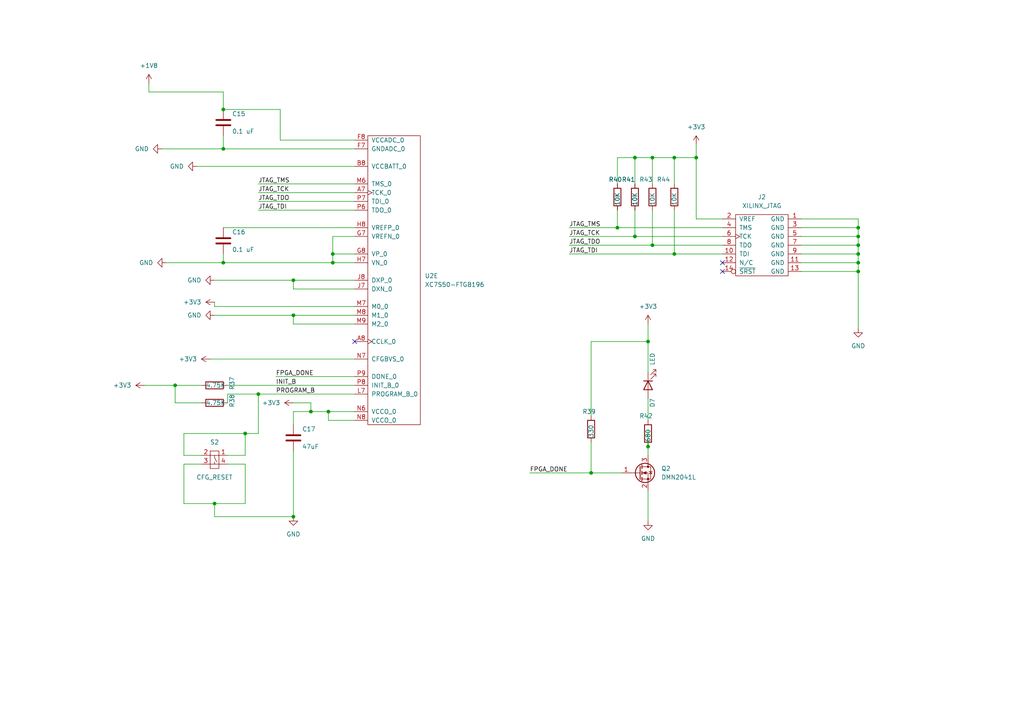
<source format=kicad_sch>
(kicad_sch (version 20230121) (generator eeschema)

  (uuid 79e23ad4-4860-40ca-a5ec-f82c77824a00)

  (paper "A4")

  (lib_symbols
    (symbol "Device:C" (pin_numbers hide) (pin_names (offset 0.254)) (in_bom yes) (on_board yes)
      (property "Reference" "C" (at 0.635 2.54 0)
        (effects (font (size 1.27 1.27)) (justify left))
      )
      (property "Value" "C" (at 0.635 -2.54 0)
        (effects (font (size 1.27 1.27)) (justify left))
      )
      (property "Footprint" "" (at 0.9652 -3.81 0)
        (effects (font (size 1.27 1.27)) hide)
      )
      (property "Datasheet" "~" (at 0 0 0)
        (effects (font (size 1.27 1.27)) hide)
      )
      (property "ki_keywords" "cap capacitor" (at 0 0 0)
        (effects (font (size 1.27 1.27)) hide)
      )
      (property "ki_description" "Unpolarized capacitor" (at 0 0 0)
        (effects (font (size 1.27 1.27)) hide)
      )
      (property "ki_fp_filters" "C_*" (at 0 0 0)
        (effects (font (size 1.27 1.27)) hide)
      )
      (symbol "C_0_1"
        (polyline
          (pts
            (xy -2.032 -0.762)
            (xy 2.032 -0.762)
          )
          (stroke (width 0.508) (type default))
          (fill (type none))
        )
        (polyline
          (pts
            (xy -2.032 0.762)
            (xy 2.032 0.762)
          )
          (stroke (width 0.508) (type default))
          (fill (type none))
        )
      )
      (symbol "C_1_1"
        (pin passive line (at 0 3.81 270) (length 2.794)
          (name "~" (effects (font (size 1.27 1.27))))
          (number "1" (effects (font (size 1.27 1.27))))
        )
        (pin passive line (at 0 -3.81 90) (length 2.794)
          (name "~" (effects (font (size 1.27 1.27))))
          (number "2" (effects (font (size 1.27 1.27))))
        )
      )
    )
    (symbol "Device:LED" (pin_numbers hide) (pin_names (offset 1.016) hide) (in_bom yes) (on_board yes)
      (property "Reference" "D" (at 0 2.54 0)
        (effects (font (size 1.27 1.27)))
      )
      (property "Value" "LED" (at 0 -2.54 0)
        (effects (font (size 1.27 1.27)))
      )
      (property "Footprint" "" (at 0 0 0)
        (effects (font (size 1.27 1.27)) hide)
      )
      (property "Datasheet" "~" (at 0 0 0)
        (effects (font (size 1.27 1.27)) hide)
      )
      (property "ki_keywords" "LED diode" (at 0 0 0)
        (effects (font (size 1.27 1.27)) hide)
      )
      (property "ki_description" "Light emitting diode" (at 0 0 0)
        (effects (font (size 1.27 1.27)) hide)
      )
      (property "ki_fp_filters" "LED* LED_SMD:* LED_THT:*" (at 0 0 0)
        (effects (font (size 1.27 1.27)) hide)
      )
      (symbol "LED_0_1"
        (polyline
          (pts
            (xy -1.27 -1.27)
            (xy -1.27 1.27)
          )
          (stroke (width 0.254) (type default))
          (fill (type none))
        )
        (polyline
          (pts
            (xy -1.27 0)
            (xy 1.27 0)
          )
          (stroke (width 0) (type default))
          (fill (type none))
        )
        (polyline
          (pts
            (xy 1.27 -1.27)
            (xy 1.27 1.27)
            (xy -1.27 0)
            (xy 1.27 -1.27)
          )
          (stroke (width 0.254) (type default))
          (fill (type none))
        )
        (polyline
          (pts
            (xy -3.048 -0.762)
            (xy -4.572 -2.286)
            (xy -3.81 -2.286)
            (xy -4.572 -2.286)
            (xy -4.572 -1.524)
          )
          (stroke (width 0) (type default))
          (fill (type none))
        )
        (polyline
          (pts
            (xy -1.778 -0.762)
            (xy -3.302 -2.286)
            (xy -2.54 -2.286)
            (xy -3.302 -2.286)
            (xy -3.302 -1.524)
          )
          (stroke (width 0) (type default))
          (fill (type none))
        )
      )
      (symbol "LED_1_1"
        (pin passive line (at -3.81 0 0) (length 2.54)
          (name "K" (effects (font (size 1.27 1.27))))
          (number "1" (effects (font (size 1.27 1.27))))
        )
        (pin passive line (at 3.81 0 180) (length 2.54)
          (name "A" (effects (font (size 1.27 1.27))))
          (number "2" (effects (font (size 1.27 1.27))))
        )
      )
    )
    (symbol "Device:R" (pin_numbers hide) (pin_names (offset 0)) (in_bom yes) (on_board yes)
      (property "Reference" "R" (at 2.032 0 90)
        (effects (font (size 1.27 1.27)))
      )
      (property "Value" "R" (at 0 0 90)
        (effects (font (size 1.27 1.27)))
      )
      (property "Footprint" "" (at -1.778 0 90)
        (effects (font (size 1.27 1.27)) hide)
      )
      (property "Datasheet" "~" (at 0 0 0)
        (effects (font (size 1.27 1.27)) hide)
      )
      (property "ki_keywords" "R res resistor" (at 0 0 0)
        (effects (font (size 1.27 1.27)) hide)
      )
      (property "ki_description" "Resistor" (at 0 0 0)
        (effects (font (size 1.27 1.27)) hide)
      )
      (property "ki_fp_filters" "R_*" (at 0 0 0)
        (effects (font (size 1.27 1.27)) hide)
      )
      (symbol "R_0_1"
        (rectangle (start -1.016 -2.54) (end 1.016 2.54)
          (stroke (width 0.254) (type default))
          (fill (type none))
        )
      )
      (symbol "R_1_1"
        (pin passive line (at 0 3.81 270) (length 1.27)
          (name "~" (effects (font (size 1.27 1.27))))
          (number "1" (effects (font (size 1.27 1.27))))
        )
        (pin passive line (at 0 -3.81 90) (length 1.27)
          (name "~" (effects (font (size 1.27 1.27))))
          (number "2" (effects (font (size 1.27 1.27))))
        )
      )
    )
    (symbol "FPGA_project_parts_1:B3FS_1010P" (pin_names (offset 1.016) hide) (in_bom yes) (on_board yes)
      (property "Reference" "S" (at 0 3.81 0)
        (effects (font (size 1.27 1.27)))
      )
      (property "Value" "B3FS_1010P" (at 0 -3.81 0)
        (effects (font (size 1.27 1.27)))
      )
      (property "Footprint" "my_parts:B3FS_1010P" (at 0 0 0)
        (effects (font (size 1.27 1.27)) hide)
      )
      (property "Datasheet" "" (at 0 0 0)
        (effects (font (size 1.27 1.27)) hide)
      )
      (symbol "B3FS_1010P_0_1"
        (rectangle (start -1.27 2.54) (end 1.27 -2.54)
          (stroke (width 0) (type solid))
          (fill (type none))
        )
        (polyline
          (pts
            (xy -1.27 -1.27)
            (xy 1.27 -1.27)
          )
          (stroke (width 0) (type solid))
          (fill (type none))
        )
        (polyline
          (pts
            (xy -1.27 1.27)
            (xy 1.27 1.27)
          )
          (stroke (width 0) (type solid))
          (fill (type none))
        )
        (polyline
          (pts
            (xy 0 1.27)
            (xy 0 0.635)
          )
          (stroke (width 0) (type solid))
          (fill (type none))
        )
        (polyline
          (pts
            (xy 0 -1.27)
            (xy 0 -0.635)
            (xy 0.635 0.635)
          )
          (stroke (width 0) (type solid))
          (fill (type none))
        )
      )
      (symbol "B3FS_1010P_1_1"
        (pin input line (at 3.81 -1.27 180) (length 2.54)
          (name "1" (effects (font (size 1.27 1.27))))
          (number "1" (effects (font (size 1.27 1.27))))
        )
        (pin input line (at -3.81 -1.27 0) (length 2.54)
          (name "2" (effects (font (size 1.27 1.27))))
          (number "2" (effects (font (size 1.27 1.27))))
        )
        (pin input line (at -3.81 1.27 0) (length 2.54)
          (name "3" (effects (font (size 1.27 1.27))))
          (number "3" (effects (font (size 1.27 1.27))))
        )
        (pin input line (at 3.81 1.27 180) (length 2.54)
          (name "4" (effects (font (size 1.27 1.27))))
          (number "4" (effects (font (size 1.27 1.27))))
        )
      )
    )
    (symbol "FPGA_project_partsalarm:XC7S50-FTGB196" (pin_names (offset 1.016)) (in_bom yes) (on_board yes)
      (property "Reference" "U" (at -1.27 69.85 0)
        (effects (font (size 1.27 1.27)))
      )
      (property "Value" "XC7S50-FTGB196" (at 0 -69.85 0)
        (effects (font (size 1.27 1.27)))
      )
      (property "Footprint" "Package_BGA:Xilinx_FTGB196" (at -6.35 0 0)
        (effects (font (size 1.27 1.27)) hide)
      )
      (property "Datasheet" "" (at -6.35 0 0)
        (effects (font (size 1.27 1.27)) hide)
      )
      (property "ki_locked" "" (at 0 0 0)
        (effects (font (size 1.27 1.27)))
      )
      (symbol "XC7S50-FTGB196_1_1"
        (rectangle (start -7.62 31.75) (end 7.62 -31.75)
          (stroke (width 0) (type solid))
          (fill (type none))
        )
        (pin power_in line (at -11.43 30.48 0) (length 3.81)
          (name "GND" (effects (font (size 1.27 1.27))))
          (number "A1" (effects (font (size 1.27 1.27))))
        )
        (pin power_in line (at -11.43 22.86 0) (length 3.81)
          (name "GND" (effects (font (size 1.27 1.27))))
          (number "A11" (effects (font (size 1.27 1.27))))
        )
        (pin power_in line (at -11.43 20.32 0) (length 3.81)
          (name "GND" (effects (font (size 1.27 1.27))))
          (number "A14" (effects (font (size 1.27 1.27))))
        )
        (pin power_in line (at -11.43 27.94 0) (length 3.81)
          (name "GND" (effects (font (size 1.27 1.27))))
          (number "A6" (effects (font (size 1.27 1.27))))
        )
        (pin power_in line (at -11.43 25.4 0) (length 3.81)
          (name "GND" (effects (font (size 1.27 1.27))))
          (number "A9" (effects (font (size 1.27 1.27))))
        )
        (pin power_in line (at -11.43 17.78 0) (length 3.81)
          (name "GND" (effects (font (size 1.27 1.27))))
          (number "B4" (effects (font (size 1.27 1.27))))
        )
        (pin power_in line (at -11.43 15.24 0) (length 3.81)
          (name "GND" (effects (font (size 1.27 1.27))))
          (number "B7" (effects (font (size 1.27 1.27))))
        )
        (pin power_in line (at -11.43 12.7 0) (length 3.81)
          (name "GND" (effects (font (size 1.27 1.27))))
          (number "B9" (effects (font (size 1.27 1.27))))
        )
        (pin power_in line (at -11.43 -2.54 0) (length 3.81)
          (name "GND" (effects (font (size 1.27 1.27))))
          (number "C13" (effects (font (size 1.27 1.27))))
        )
        (pin power_in line (at -11.43 10.16 0) (length 3.81)
          (name "GND" (effects (font (size 1.27 1.27))))
          (number "C2" (effects (font (size 1.27 1.27))))
        )
        (pin power_in line (at -11.43 7.62 0) (length 3.81)
          (name "GND" (effects (font (size 1.27 1.27))))
          (number "C6" (effects (font (size 1.27 1.27))))
        )
        (pin power_in line (at -11.43 5.08 0) (length 3.81)
          (name "GND" (effects (font (size 1.27 1.27))))
          (number "C7" (effects (font (size 1.27 1.27))))
        )
        (pin power_in line (at -11.43 2.54 0) (length 3.81)
          (name "GND" (effects (font (size 1.27 1.27))))
          (number "C8" (effects (font (size 1.27 1.27))))
        )
        (pin power_in line (at -11.43 0 0) (length 3.81)
          (name "GND" (effects (font (size 1.27 1.27))))
          (number "C9" (effects (font (size 1.27 1.27))))
        )
        (pin power_in line (at -11.43 -12.7 0) (length 3.81)
          (name "GND" (effects (font (size 1.27 1.27))))
          (number "D11" (effects (font (size 1.27 1.27))))
        )
        (pin power_in line (at -11.43 -5.08 0) (length 3.81)
          (name "GND" (effects (font (size 1.27 1.27))))
          (number "D5" (effects (font (size 1.27 1.27))))
        )
        (pin power_in line (at -11.43 -7.62 0) (length 3.81)
          (name "GND" (effects (font (size 1.27 1.27))))
          (number "D7" (effects (font (size 1.27 1.27))))
        )
        (pin power_in line (at -11.43 -10.16 0) (length 3.81)
          (name "GND" (effects (font (size 1.27 1.27))))
          (number "D9" (effects (font (size 1.27 1.27))))
        )
        (pin power_in line (at -11.43 -15.24 0) (length 3.81)
          (name "GND" (effects (font (size 1.27 1.27))))
          (number "E1" (effects (font (size 1.27 1.27))))
        )
        (pin power_in line (at -11.43 -25.4 0) (length 3.81)
          (name "GND" (effects (font (size 1.27 1.27))))
          (number "E10" (effects (font (size 1.27 1.27))))
        )
        (pin power_in line (at -11.43 -27.94 0) (length 3.81)
          (name "GND" (effects (font (size 1.27 1.27))))
          (number "E14" (effects (font (size 1.27 1.27))))
        )
        (pin power_in line (at -11.43 -17.78 0) (length 3.81)
          (name "GND" (effects (font (size 1.27 1.27))))
          (number "E3" (effects (font (size 1.27 1.27))))
        )
        (pin power_in line (at -11.43 -20.32 0) (length 3.81)
          (name "GND" (effects (font (size 1.27 1.27))))
          (number "E6" (effects (font (size 1.27 1.27))))
        )
        (pin power_in line (at -11.43 -22.86 0) (length 3.81)
          (name "GND" (effects (font (size 1.27 1.27))))
          (number "E8" (effects (font (size 1.27 1.27))))
        )
        (pin power_in line (at 11.43 20.32 180) (length 3.81)
          (name "GND" (effects (font (size 1.27 1.27))))
          (number "F5" (effects (font (size 1.27 1.27))))
        )
        (pin power_in line (at 11.43 22.86 180) (length 3.81)
          (name "GND" (effects (font (size 1.27 1.27))))
          (number "F9" (effects (font (size 1.27 1.27))))
        )
        (pin power_in line (at 11.43 30.48 180) (length 3.81)
          (name "GND" (effects (font (size 1.27 1.27))))
          (number "G10" (effects (font (size 1.27 1.27))))
        )
        (pin power_in line (at -11.43 -30.48 0) (length 3.81)
          (name "GND" (effects (font (size 1.27 1.27))))
          (number "G12" (effects (font (size 1.27 1.27))))
        )
        (pin power_in line (at 11.43 25.4 180) (length 3.81)
          (name "GND" (effects (font (size 1.27 1.27))))
          (number "G3" (effects (font (size 1.27 1.27))))
        )
        (pin power_in line (at 11.43 27.94 180) (length 3.81)
          (name "GND" (effects (font (size 1.27 1.27))))
          (number "G6" (effects (font (size 1.27 1.27))))
        )
        (pin power_in line (at 11.43 0 180) (length 3.81)
          (name "GND" (effects (font (size 1.27 1.27))))
          (number "H5" (effects (font (size 1.27 1.27))))
        )
        (pin power_in line (at 11.43 2.54 180) (length 3.81)
          (name "GND" (effects (font (size 1.27 1.27))))
          (number "H9" (effects (font (size 1.27 1.27))))
        )
        (pin power_in line (at 11.43 7.62 180) (length 3.81)
          (name "GND" (effects (font (size 1.27 1.27))))
          (number "J10" (effects (font (size 1.27 1.27))))
        )
        (pin power_in line (at 11.43 5.08 180) (length 3.81)
          (name "GND" (effects (font (size 1.27 1.27))))
          (number "J6" (effects (font (size 1.27 1.27))))
        )
        (pin power_in line (at 11.43 10.16 180) (length 3.81)
          (name "GND" (effects (font (size 1.27 1.27))))
          (number "K1" (effects (font (size 1.27 1.27))))
        )
        (pin power_in line (at 11.43 -2.54 180) (length 3.81)
          (name "GND" (effects (font (size 1.27 1.27))))
          (number "K14" (effects (font (size 1.27 1.27))))
        )
        (pin power_in line (at 11.43 12.7 180) (length 3.81)
          (name "GND" (effects (font (size 1.27 1.27))))
          (number "K5" (effects (font (size 1.27 1.27))))
        )
        (pin power_in line (at 11.43 15.24 180) (length 3.81)
          (name "GND" (effects (font (size 1.27 1.27))))
          (number "K7" (effects (font (size 1.27 1.27))))
        )
        (pin power_in line (at 11.43 17.78 180) (length 3.81)
          (name "GND" (effects (font (size 1.27 1.27))))
          (number "K9" (effects (font (size 1.27 1.27))))
        )
        (pin power_in line (at 11.43 -12.7 180) (length 3.81)
          (name "GND" (effects (font (size 1.27 1.27))))
          (number "L10" (effects (font (size 1.27 1.27))))
        )
        (pin power_in line (at 11.43 -15.24 180) (length 3.81)
          (name "GND" (effects (font (size 1.27 1.27))))
          (number "L11" (effects (font (size 1.27 1.27))))
        )
        (pin power_in line (at 11.43 -5.08 180) (length 3.81)
          (name "GND" (effects (font (size 1.27 1.27))))
          (number "L4" (effects (font (size 1.27 1.27))))
        )
        (pin power_in line (at 11.43 -7.62 180) (length 3.81)
          (name "GND" (effects (font (size 1.27 1.27))))
          (number "L6" (effects (font (size 1.27 1.27))))
        )
        (pin power_in line (at 11.43 -10.16 180) (length 3.81)
          (name "GND" (effects (font (size 1.27 1.27))))
          (number "L8" (effects (font (size 1.27 1.27))))
        )
        (pin power_in line (at 11.43 -25.4 180) (length 3.81)
          (name "GND" (effects (font (size 1.27 1.27))))
          (number "N12" (effects (font (size 1.27 1.27))))
        )
        (pin power_in line (at 11.43 -17.78 180) (length 3.81)
          (name "GND" (effects (font (size 1.27 1.27))))
          (number "N3" (effects (font (size 1.27 1.27))))
        )
        (pin power_in line (at 11.43 -20.32 180) (length 3.81)
          (name "GND" (effects (font (size 1.27 1.27))))
          (number "N5" (effects (font (size 1.27 1.27))))
        )
        (pin power_in line (at 11.43 -22.86 180) (length 3.81)
          (name "GND" (effects (font (size 1.27 1.27))))
          (number "N9" (effects (font (size 1.27 1.27))))
        )
        (pin power_in line (at 11.43 -27.94 180) (length 3.81)
          (name "GND" (effects (font (size 1.27 1.27))))
          (number "P1" (effects (font (size 1.27 1.27))))
        )
        (pin power_in line (at 11.43 -30.48 180) (length 3.81)
          (name "GND" (effects (font (size 1.27 1.27))))
          (number "P14" (effects (font (size 1.27 1.27))))
        )
      )
      (symbol "XC7S50-FTGB196_2_1"
        (rectangle (start 10.16 12.7) (end -11.43 -12.7)
          (stroke (width 0) (type solid))
          (fill (type none))
        )
        (pin power_in line (at 13.97 11.43 180) (length 3.81)
          (name "VCCINT" (effects (font (size 1.27 1.27))))
          (number "D6" (effects (font (size 1.27 1.27))))
        )
        (pin power_in line (at 13.97 8.89 180) (length 3.81)
          (name "VCCINT" (effects (font (size 1.27 1.27))))
          (number "D8" (effects (font (size 1.27 1.27))))
        )
        (pin power_in line (at -15.24 -6.35 0) (length 3.81)
          (name "VCCBRAM" (effects (font (size 1.27 1.27))))
          (number "E5" (effects (font (size 1.27 1.27))))
        )
        (pin power_in line (at 13.97 6.35 180) (length 3.81)
          (name "VCCINT" (effects (font (size 1.27 1.27))))
          (number "E7" (effects (font (size 1.27 1.27))))
        )
        (pin power_in line (at 13.97 3.81 180) (length 3.81)
          (name "VCCINT" (effects (font (size 1.27 1.27))))
          (number "E9" (effects (font (size 1.27 1.27))))
        )
        (pin power_in line (at -15.24 11.43 0) (length 3.81)
          (name "VCCAUX" (effects (font (size 1.27 1.27))))
          (number "F10" (effects (font (size 1.27 1.27))))
        )
        (pin power_in line (at 13.97 1.27 180) (length 3.81)
          (name "VCCINT" (effects (font (size 1.27 1.27))))
          (number "F6" (effects (font (size 1.27 1.27))))
        )
        (pin power_in line (at -15.24 -8.89 0) (length 3.81)
          (name "VCCBRAM" (effects (font (size 1.27 1.27))))
          (number "G5" (effects (font (size 1.27 1.27))))
        )
        (pin power_in line (at 13.97 -1.27 180) (length 3.81)
          (name "VCCINT" (effects (font (size 1.27 1.27))))
          (number "G9" (effects (font (size 1.27 1.27))))
        )
        (pin power_in line (at -15.24 8.89 0) (length 3.81)
          (name "VCCAUX" (effects (font (size 1.27 1.27))))
          (number "H10" (effects (font (size 1.27 1.27))))
        )
        (pin power_in line (at 13.97 -3.81 180) (length 3.81)
          (name "VCCINT" (effects (font (size 1.27 1.27))))
          (number "H6" (effects (font (size 1.27 1.27))))
        )
        (pin power_in line (at -15.24 -11.43 0) (length 3.81)
          (name "VCCBRAM" (effects (font (size 1.27 1.27))))
          (number "J5" (effects (font (size 1.27 1.27))))
        )
        (pin power_in line (at 13.97 -6.35 180) (length 3.81)
          (name "VCCINT" (effects (font (size 1.27 1.27))))
          (number "J9" (effects (font (size 1.27 1.27))))
        )
        (pin power_in line (at -15.24 6.35 0) (length 3.81)
          (name "VCCAUX" (effects (font (size 1.27 1.27))))
          (number "K10" (effects (font (size 1.27 1.27))))
        )
        (pin power_in line (at 13.97 -8.89 180) (length 3.81)
          (name "VCCINT" (effects (font (size 1.27 1.27))))
          (number "K6" (effects (font (size 1.27 1.27))))
        )
        (pin power_in line (at 13.97 -11.43 180) (length 3.81)
          (name "VCCINT" (effects (font (size 1.27 1.27))))
          (number "K8" (effects (font (size 1.27 1.27))))
        )
        (pin power_in line (at -15.24 3.81 0) (length 3.81)
          (name "VCCAUX" (effects (font (size 1.27 1.27))))
          (number "L9" (effects (font (size 1.27 1.27))))
        )
      )
      (symbol "XC7S50-FTGB196_3_1"
        (rectangle (start -17.78 68.58) (end 17.78 -68.58)
          (stroke (width 0) (type solid))
          (fill (type none))
        )
        (pin bidirectional line (at -21.59 52.07 0) (length 3.81)
          (name "IO_L3N_T0_DQS_EMCCLK_14" (effects (font (size 1.27 1.27))))
          (number "A10" (effects (font (size 1.27 1.27))))
        )
        (pin bidirectional line (at -21.59 49.53 0) (length 3.81)
          (name "IO_L4P_T0_D04_14" (effects (font (size 1.27 1.27))))
          (number "A12" (effects (font (size 1.27 1.27))))
        )
        (pin bidirectional line (at -21.59 46.99 0) (length 3.81)
          (name "IO_L4N_T0_D05_14" (effects (font (size 1.27 1.27))))
          (number "A13" (effects (font (size 1.27 1.27))))
        )
        (pin bidirectional line (at -21.59 54.61 0) (length 3.81)
          (name "IO_L3P_T0_DQS_PUDC_B_14" (effects (font (size 1.27 1.27))))
          (number "B10" (effects (font (size 1.27 1.27))))
        )
        (pin bidirectional line (at -21.59 64.77 0) (length 3.81)
          (name "IO_L1P_T0_D00_MOSI_14" (effects (font (size 1.27 1.27))))
          (number "B11" (effects (font (size 1.27 1.27))))
        )
        (pin bidirectional line (at -21.59 62.23 0) (length 3.81)
          (name "IO_L1N_T0_D01_DIN_14" (effects (font (size 1.27 1.27))))
          (number "B12" (effects (font (size 1.27 1.27))))
        )
        (pin bidirectional line (at -21.59 44.45 0) (length 3.81)
          (name "IO_L5P_T0_D06_14" (effects (font (size 1.27 1.27))))
          (number "B13" (effects (font (size 1.27 1.27))))
        )
        (pin bidirectional line (at -21.59 41.91 0) (length 3.81)
          (name "IO_L5N_T0_D07_14" (effects (font (size 1.27 1.27))))
          (number "B14" (effects (font (size 1.27 1.27))))
        )
        (pin bidirectional line (at -21.59 57.15 0) (length 3.81)
          (name "IO_L2N_T0_D03_14" (effects (font (size 1.27 1.27))))
          (number "C10" (effects (font (size 1.27 1.27))))
        )
        (pin bidirectional line (at -21.59 39.37 0) (length 3.81)
          (name "IO_L6P_T0_FCS_B_14" (effects (font (size 1.27 1.27))))
          (number "C11" (effects (font (size 1.27 1.27))))
        )
        (pin bidirectional line (at -21.59 36.83 0) (length 3.81)
          (name "IO_L6N_T0_D08_VREF_14" (effects (font (size 1.27 1.27))))
          (number "C12" (effects (font (size 1.27 1.27))))
        )
        (pin bidirectional line (at -21.59 11.43 0) (length 3.81)
          (name "IO_L11N_T1_SRCC_14" (effects (font (size 1.27 1.27))))
          (number "C14" (effects (font (size 1.27 1.27))))
        )
        (pin bidirectional line (at -21.59 59.69 0) (length 3.81)
          (name "IO_L2P_T0_D02_14" (effects (font (size 1.27 1.27))))
          (number "D10" (effects (font (size 1.27 1.27))))
        )
        (pin bidirectional line (at -21.59 29.21 0) (length 3.81)
          (name "IO_L8P_T1_D11_14" (effects (font (size 1.27 1.27))))
          (number "D12" (effects (font (size 1.27 1.27))))
        )
        (pin bidirectional line (at -21.59 26.67 0) (length 3.81)
          (name "IO_L8N_T1_D12_14" (effects (font (size 1.27 1.27))))
          (number "D13" (effects (font (size 1.27 1.27))))
        )
        (pin bidirectional line (at -21.59 13.97 0) (length 3.81)
          (name "IO_L11P_T1_SRCC_14" (effects (font (size 1.27 1.27))))
          (number "D14" (effects (font (size 1.27 1.27))))
        )
        (pin bidirectional line (at -21.59 67.31 0) (length 3.81)
          (name "IO_0_14" (effects (font (size 1.27 1.27))))
          (number "E11" (effects (font (size 1.27 1.27))))
        )
        (pin bidirectional line (at -21.59 31.75 0) (length 3.81)
          (name "IO_L7N_T1_D10_14" (effects (font (size 1.27 1.27))))
          (number "E12" (effects (font (size 1.27 1.27))))
        )
        (pin bidirectional line (at -21.59 16.51 0) (length 3.81)
          (name "IO_L10N_T1_D15_14" (effects (font (size 1.27 1.27))))
          (number "E13" (effects (font (size 1.27 1.27))))
        )
        (pin bidirectional line (at -21.59 6.35 0) (length 3.81)
          (name "IO_L12N_T1_MRCC_14" (effects (font (size 1.27 1.27))))
          (number "F11" (effects (font (size 1.27 1.27))))
        )
        (pin bidirectional line (at -21.59 34.29 0) (length 3.81)
          (name "IO_L7P_T1_D09_14" (effects (font (size 1.27 1.27))))
          (number "F12" (effects (font (size 1.27 1.27))))
        )
        (pin bidirectional line (at -21.59 19.05 0) (length 3.81)
          (name "IO_L10P_T1_D14_14" (effects (font (size 1.27 1.27))))
          (number "F13" (effects (font (size 1.27 1.27))))
        )
        (pin bidirectional line (at -21.59 21.59 0) (length 3.81)
          (name "IO_L9N_T1_DQS_D13_14" (effects (font (size 1.27 1.27))))
          (number "F14" (effects (font (size 1.27 1.27))))
        )
        (pin bidirectional line (at -21.59 8.89 0) (length 3.81)
          (name "IO_L12P_T1_MRCC_14" (effects (font (size 1.27 1.27))))
          (number "G11" (effects (font (size 1.27 1.27))))
        )
        (pin power_in line (at -21.59 -62.23 0) (length 3.81)
          (name "VCCO_14" (effects (font (size 1.27 1.27))))
          (number "G13" (effects (font (size 1.27 1.27))))
        )
        (pin bidirectional line (at -21.59 24.13 0) (length 3.81)
          (name "IO_L9P_T1_DQS_14" (effects (font (size 1.27 1.27))))
          (number "G14" (effects (font (size 1.27 1.27))))
        )
        (pin bidirectional line (at -21.59 3.81 0) (length 3.81)
          (name "IO_L13P_T2_MRCC_14" (effects (font (size 1.27 1.27))))
          (number "H11" (effects (font (size 1.27 1.27))))
        )
        (pin bidirectional line (at -21.59 1.27 0) (length 3.81)
          (name "IO_L13N_T2_MRCC_14" (effects (font (size 1.27 1.27))))
          (number "H12" (effects (font (size 1.27 1.27))))
        )
        (pin bidirectional line (at -21.59 -1.27 0) (length 3.81)
          (name "IO_L14P_T2_SRCC_14" (effects (font (size 1.27 1.27))))
          (number "H13" (effects (font (size 1.27 1.27))))
        )
        (pin bidirectional line (at -21.59 -3.81 0) (length 3.81)
          (name "IO_L14N_T2_SRCC_14" (effects (font (size 1.27 1.27))))
          (number "H14" (effects (font (size 1.27 1.27))))
        )
        (pin bidirectional line (at -21.59 -16.51 0) (length 3.81)
          (name "IO_L17P_T2_D30_14" (effects (font (size 1.27 1.27))))
          (number "J11" (effects (font (size 1.27 1.27))))
        )
        (pin bidirectional line (at -21.59 -19.05 0) (length 3.81)
          (name "IO_L17N_T2_D29_14" (effects (font (size 1.27 1.27))))
          (number "J12" (effects (font (size 1.27 1.27))))
        )
        (pin bidirectional line (at -21.59 -21.59 0) (length 3.81)
          (name "IO_L18P_T2_D28_14" (effects (font (size 1.27 1.27))))
          (number "J13" (effects (font (size 1.27 1.27))))
        )
        (pin bidirectional line (at -21.59 -24.13 0) (length 3.81)
          (name "IO_L18N_T2_D27_14" (effects (font (size 1.27 1.27))))
          (number "J14" (effects (font (size 1.27 1.27))))
        )
        (pin bidirectional line (at -21.59 -26.67 0) (length 3.81)
          (name "IO_L19P_T3_D26_14" (effects (font (size 1.27 1.27))))
          (number "K11" (effects (font (size 1.27 1.27))))
        )
        (pin bidirectional line (at -21.59 -29.21 0) (length 3.81)
          (name "IO_L19N_T3_D25_VREF_14" (effects (font (size 1.27 1.27))))
          (number "K12" (effects (font (size 1.27 1.27))))
        )
        (pin power_in line (at -21.59 -64.77 0) (length 3.81)
          (name "VCCO_14" (effects (font (size 1.27 1.27))))
          (number "K13" (effects (font (size 1.27 1.27))))
        )
        (pin bidirectional line (at -21.59 -11.43 0) (length 3.81)
          (name "IO_L16P_T2_CSI_B_14" (effects (font (size 1.27 1.27))))
          (number "L12" (effects (font (size 1.27 1.27))))
        )
        (pin bidirectional line (at -21.59 -13.97 0) (length 3.81)
          (name "IO_L16N_T2_D31_14" (effects (font (size 1.27 1.27))))
          (number "L13" (effects (font (size 1.27 1.27))))
        )
        (pin bidirectional line (at -21.59 -8.89 0) (length 3.81)
          (name "IO_L15N_T2_DQS_DOUT_CSO_B_14" (effects (font (size 1.27 1.27))))
          (number "L14" (effects (font (size 1.27 1.27))))
        )
        (pin bidirectional line (at -21.59 -57.15 0) (length 3.81)
          (name "IO_25_14" (effects (font (size 1.27 1.27))))
          (number "M10" (effects (font (size 1.27 1.27))))
        )
        (pin bidirectional line (at -21.59 -31.75 0) (length 3.81)
          (name "IO_L20P_T3_D24_14" (effects (font (size 1.27 1.27))))
          (number "M11" (effects (font (size 1.27 1.27))))
        )
        (pin bidirectional line (at -21.59 -34.29 0) (length 3.81)
          (name "IO_L20N_T3_D23_14" (effects (font (size 1.27 1.27))))
          (number "M12" (effects (font (size 1.27 1.27))))
        )
        (pin bidirectional line (at -21.59 -6.35 0) (length 3.81)
          (name "IO_L15P_T2_DQS_RDWR_B_14" (effects (font (size 1.27 1.27))))
          (number "M13" (effects (font (size 1.27 1.27))))
        )
        (pin bidirectional line (at -21.59 -39.37 0) (length 3.81)
          (name "IO_L21N_T3_DQS_D22_14" (effects (font (size 1.27 1.27))))
          (number "M14" (effects (font (size 1.27 1.27))))
        )
        (pin bidirectional line (at -21.59 -46.99 0) (length 3.81)
          (name "IO_L23P_T3_D19_14" (effects (font (size 1.27 1.27))))
          (number "N10" (effects (font (size 1.27 1.27))))
        )
        (pin bidirectional line (at -21.59 -49.53 0) (length 3.81)
          (name "IO_L23N_T3_D18_14" (effects (font (size 1.27 1.27))))
          (number "N11" (effects (font (size 1.27 1.27))))
        )
        (pin power_in line (at -21.59 -67.31 0) (length 3.81)
          (name "VCCO_14" (effects (font (size 1.27 1.27))))
          (number "N13" (effects (font (size 1.27 1.27))))
        )
        (pin bidirectional line (at -21.59 -36.83 0) (length 3.81)
          (name "IO_L21P_T3_DQS_14" (effects (font (size 1.27 1.27))))
          (number "N14" (effects (font (size 1.27 1.27))))
        )
        (pin bidirectional line (at -21.59 -52.07 0) (length 3.81)
          (name "IO_L24P_T3_D17_14" (effects (font (size 1.27 1.27))))
          (number "P10" (effects (font (size 1.27 1.27))))
        )
        (pin bidirectional line (at -21.59 -54.61 0) (length 3.81)
          (name "IO_L24N_T3_D16_14" (effects (font (size 1.27 1.27))))
          (number "P11" (effects (font (size 1.27 1.27))))
        )
        (pin bidirectional line (at -21.59 -41.91 0) (length 3.81)
          (name "IO_L22P_T3_D21_14" (effects (font (size 1.27 1.27))))
          (number "P12" (effects (font (size 1.27 1.27))))
        )
        (pin bidirectional line (at -21.59 -44.45 0) (length 3.81)
          (name "IO_L22N_T3_D20_14" (effects (font (size 1.27 1.27))))
          (number "P13" (effects (font (size 1.27 1.27))))
        )
      )
      (symbol "XC7S50-FTGB196_4_1"
        (rectangle (start -17.78 68.58) (end 17.78 -68.58)
          (stroke (width 0) (type solid))
          (fill (type none))
        )
        (pin bidirectional line (at -21.59 52.07 0) (length 3.81)
          (name "IO_L3N_T0_DQS_34" (effects (font (size 1.27 1.27))))
          (number "A2" (effects (font (size 1.27 1.27))))
        )
        (pin bidirectional line (at -21.59 57.15 0) (length 3.81)
          (name "IO_L2N_T0_34" (effects (font (size 1.27 1.27))))
          (number "A3" (effects (font (size 1.27 1.27))))
        )
        (pin bidirectional line (at -21.59 59.69 0) (length 3.81)
          (name "IO_L2P_T0_34" (effects (font (size 1.27 1.27))))
          (number "A4" (effects (font (size 1.27 1.27))))
        )
        (pin bidirectional line (at -21.59 46.99 0) (length 3.81)
          (name "IO_L4N_T0_34" (effects (font (size 1.27 1.27))))
          (number "A5" (effects (font (size 1.27 1.27))))
        )
        (pin bidirectional line (at -21.59 41.91 0) (length 3.81)
          (name "IO_L5N_T0_34" (effects (font (size 1.27 1.27))))
          (number "B1" (effects (font (size 1.27 1.27))))
        )
        (pin bidirectional line (at -21.59 44.45 0) (length 3.81)
          (name "IO_L5P_T0_34" (effects (font (size 1.27 1.27))))
          (number "B2" (effects (font (size 1.27 1.27))))
        )
        (pin bidirectional line (at -21.59 54.61 0) (length 3.81)
          (name "IO_L3P_T0_DQS_34" (effects (font (size 1.27 1.27))))
          (number "B3" (effects (font (size 1.27 1.27))))
        )
        (pin bidirectional line (at -21.59 49.53 0) (length 3.81)
          (name "IO_L4P_T0_34" (effects (font (size 1.27 1.27))))
          (number "B5" (effects (font (size 1.27 1.27))))
        )
        (pin bidirectional line (at -21.59 67.31 0) (length 3.81)
          (name "IO_0_34" (effects (font (size 1.27 1.27))))
          (number "B6" (effects (font (size 1.27 1.27))))
        )
        (pin bidirectional line (at -21.59 11.43 0) (length 3.81)
          (name "IO_L11N_T1_SRCC_34" (effects (font (size 1.27 1.27))))
          (number "C1" (effects (font (size 1.27 1.27))))
        )
        (pin bidirectional line (at -21.59 62.23 0) (length 3.81)
          (name "IO_L1N_T0_34" (effects (font (size 1.27 1.27))))
          (number "C3" (effects (font (size 1.27 1.27))))
        )
        (pin bidirectional line (at -21.59 36.83 0) (length 3.81)
          (name "IO_L6N_T0_VREF_34" (effects (font (size 1.27 1.27))))
          (number "C4" (effects (font (size 1.27 1.27))))
        )
        (pin bidirectional line (at -21.59 39.37 0) (length 3.81)
          (name "IO_L6P_T0_34" (effects (font (size 1.27 1.27))))
          (number "C5" (effects (font (size 1.27 1.27))))
        )
        (pin bidirectional line (at -21.59 13.97 0) (length 3.81)
          (name "IO_L11P_T1_SRCC_34" (effects (font (size 1.27 1.27))))
          (number "D1" (effects (font (size 1.27 1.27))))
        )
        (pin bidirectional line (at -21.59 16.51 0) (length 3.81)
          (name "IO_L10N_T1_34" (effects (font (size 1.27 1.27))))
          (number "D2" (effects (font (size 1.27 1.27))))
        )
        (pin bidirectional line (at -21.59 64.77 0) (length 3.81)
          (name "IO_L1P_T0_34" (effects (font (size 1.27 1.27))))
          (number "D3" (effects (font (size 1.27 1.27))))
        )
        (pin bidirectional line (at -21.59 31.75 0) (length 3.81)
          (name "IO_L7N_T1_34" (effects (font (size 1.27 1.27))))
          (number "D4" (effects (font (size 1.27 1.27))))
        )
        (pin bidirectional line (at -21.59 19.05 0) (length 3.81)
          (name "IO_L10P_T1_34" (effects (font (size 1.27 1.27))))
          (number "E2" (effects (font (size 1.27 1.27))))
        )
        (pin bidirectional line (at -21.59 34.29 0) (length 3.81)
          (name "IO_L7P_T1_34" (effects (font (size 1.27 1.27))))
          (number "E4" (effects (font (size 1.27 1.27))))
        )
        (pin bidirectional line (at -21.59 21.59 0) (length 3.81)
          (name "IO_L9N_T1_DQS_34" (effects (font (size 1.27 1.27))))
          (number "F1" (effects (font (size 1.27 1.27))))
        )
        (pin bidirectional line (at -21.59 26.67 0) (length 3.81)
          (name "IO_L8N_T1_34" (effects (font (size 1.27 1.27))))
          (number "F2" (effects (font (size 1.27 1.27))))
        )
        (pin bidirectional line (at -21.59 29.21 0) (length 3.81)
          (name "IO_L8P_T1_34" (effects (font (size 1.27 1.27))))
          (number "F3" (effects (font (size 1.27 1.27))))
        )
        (pin bidirectional line (at -21.59 6.35 0) (length 3.81)
          (name "IO_L12N_T1_MRCC_34" (effects (font (size 1.27 1.27))))
          (number "F4" (effects (font (size 1.27 1.27))))
        )
        (pin bidirectional line (at -21.59 24.13 0) (length 3.81)
          (name "IO_L9P_T1_DQS_34" (effects (font (size 1.27 1.27))))
          (number "G1" (effects (font (size 1.27 1.27))))
        )
        (pin power_in line (at -21.59 -62.23 0) (length 3.81)
          (name "VCCO_34" (effects (font (size 1.27 1.27))))
          (number "G2" (effects (font (size 1.27 1.27))))
        )
        (pin bidirectional line (at -21.59 8.89 0) (length 3.81)
          (name "IO_L12P_T1_MRCC_34" (effects (font (size 1.27 1.27))))
          (number "G4" (effects (font (size 1.27 1.27))))
        )
        (pin bidirectional line (at -21.59 -3.81 0) (length 3.81)
          (name "IO_L14N_T2_SRCC_34" (effects (font (size 1.27 1.27))))
          (number "H1" (effects (font (size 1.27 1.27))))
        )
        (pin bidirectional line (at -21.59 -1.27 0) (length 3.81)
          (name "IO_L14P_T2_SRCC_34" (effects (font (size 1.27 1.27))))
          (number "H2" (effects (font (size 1.27 1.27))))
        )
        (pin bidirectional line (at -21.59 1.27 0) (length 3.81)
          (name "IO_L13N_T2_MRCC_34" (effects (font (size 1.27 1.27))))
          (number "H3" (effects (font (size 1.27 1.27))))
        )
        (pin bidirectional line (at -21.59 3.81 0) (length 3.81)
          (name "IO_L13P_T2_MRCC_34" (effects (font (size 1.27 1.27))))
          (number "H4" (effects (font (size 1.27 1.27))))
        )
        (pin bidirectional line (at -21.59 -8.89 0) (length 3.81)
          (name "IO_L15N_T2_DQS_34" (effects (font (size 1.27 1.27))))
          (number "J1" (effects (font (size 1.27 1.27))))
        )
        (pin bidirectional line (at -21.59 -6.35 0) (length 3.81)
          (name "IO_L15P_T2_DQS_34" (effects (font (size 1.27 1.27))))
          (number "J2" (effects (font (size 1.27 1.27))))
        )
        (pin bidirectional line (at -21.59 -19.05 0) (length 3.81)
          (name "IO_L17N_T2_34" (effects (font (size 1.27 1.27))))
          (number "J3" (effects (font (size 1.27 1.27))))
        )
        (pin bidirectional line (at -21.59 -16.51 0) (length 3.81)
          (name "IO_L17P_T2_34" (effects (font (size 1.27 1.27))))
          (number "J4" (effects (font (size 1.27 1.27))))
        )
        (pin power_in line (at -21.59 -64.77 0) (length 3.81)
          (name "VCCO_34" (effects (font (size 1.27 1.27))))
          (number "K2" (effects (font (size 1.27 1.27))))
        )
        (pin bidirectional line (at -21.59 -13.97 0) (length 3.81)
          (name "IO_L16N_T2_34" (effects (font (size 1.27 1.27))))
          (number "K3" (effects (font (size 1.27 1.27))))
        )
        (pin bidirectional line (at -21.59 -11.43 0) (length 3.81)
          (name "IO_L16P_T2_34" (effects (font (size 1.27 1.27))))
          (number "K4" (effects (font (size 1.27 1.27))))
        )
        (pin bidirectional line (at -21.59 -24.13 0) (length 3.81)
          (name "IO_L18N_T2_34" (effects (font (size 1.27 1.27))))
          (number "L1" (effects (font (size 1.27 1.27))))
        )
        (pin bidirectional line (at -21.59 -44.45 0) (length 3.81)
          (name "IO_L22N_T3_34" (effects (font (size 1.27 1.27))))
          (number "L2" (effects (font (size 1.27 1.27))))
        )
        (pin bidirectional line (at -21.59 -41.91 0) (length 3.81)
          (name "IO_L22P_T3_34" (effects (font (size 1.27 1.27))))
          (number "L3" (effects (font (size 1.27 1.27))))
        )
        (pin bidirectional line (at -21.59 -57.15 0) (length 3.81)
          (name "IO_25_34" (effects (font (size 1.27 1.27))))
          (number "L5" (effects (font (size 1.27 1.27))))
        )
        (pin bidirectional line (at -21.59 -21.59 0) (length 3.81)
          (name "IO_L18P_T2_34" (effects (font (size 1.27 1.27))))
          (number "M1" (effects (font (size 1.27 1.27))))
        )
        (pin bidirectional line (at -21.59 -29.21 0) (length 3.81)
          (name "IO_L19N_T3_VREF_34" (effects (font (size 1.27 1.27))))
          (number "M2" (effects (font (size 1.27 1.27))))
        )
        (pin bidirectional line (at -21.59 -26.67 0) (length 3.81)
          (name "IO_L19P_T3_34" (effects (font (size 1.27 1.27))))
          (number "M3" (effects (font (size 1.27 1.27))))
        )
        (pin bidirectional line (at -21.59 -49.53 0) (length 3.81)
          (name "IO_L23N_T3_34" (effects (font (size 1.27 1.27))))
          (number "M4" (effects (font (size 1.27 1.27))))
        )
        (pin bidirectional line (at -21.59 -46.99 0) (length 3.81)
          (name "IO_L23P_T3_34" (effects (font (size 1.27 1.27))))
          (number "M5" (effects (font (size 1.27 1.27))))
        )
        (pin bidirectional line (at -21.59 -34.29 0) (length 3.81)
          (name "IO_L20N_T3_34" (effects (font (size 1.27 1.27))))
          (number "N1" (effects (font (size 1.27 1.27))))
        )
        (pin power_in line (at -21.59 -67.31 0) (length 3.81)
          (name "VCCO_34" (effects (font (size 1.27 1.27))))
          (number "N2" (effects (font (size 1.27 1.27))))
        )
        (pin bidirectional line (at -21.59 -54.61 0) (length 3.81)
          (name "IO_L24N_T3_34" (effects (font (size 1.27 1.27))))
          (number "N4" (effects (font (size 1.27 1.27))))
        )
        (pin bidirectional line (at -21.59 -31.75 0) (length 3.81)
          (name "IO_L20P_T3_34" (effects (font (size 1.27 1.27))))
          (number "P2" (effects (font (size 1.27 1.27))))
        )
        (pin bidirectional line (at -21.59 -39.37 0) (length 3.81)
          (name "IO_L21N_T3_DQS_34" (effects (font (size 1.27 1.27))))
          (number "P3" (effects (font (size 1.27 1.27))))
        )
        (pin bidirectional line (at -21.59 -36.83 0) (length 3.81)
          (name "IO_L21P_T3_DQS_34" (effects (font (size 1.27 1.27))))
          (number "P4" (effects (font (size 1.27 1.27))))
        )
        (pin bidirectional line (at -21.59 -52.07 0) (length 3.81)
          (name "IO_L24P_T3_34" (effects (font (size 1.27 1.27))))
          (number "P5" (effects (font (size 1.27 1.27))))
        )
      )
      (symbol "XC7S50-FTGB196_5_1"
        (rectangle (start -7.62 41.91) (end 7.62 -41.91)
          (stroke (width 0) (type solid))
          (fill (type none))
        )
        (pin input clock (at -11.43 25.4 0) (length 3.81)
          (name "TCK_0" (effects (font (size 1.27 1.27))))
          (number "A7" (effects (font (size 1.27 1.27))))
        )
        (pin output clock (at -11.43 -17.78 0) (length 3.81)
          (name "CCLK_0" (effects (font (size 1.27 1.27))))
          (number "A8" (effects (font (size 1.27 1.27))))
        )
        (pin power_in line (at -11.43 33.02 0) (length 3.81)
          (name "VCCBATT_0" (effects (font (size 1.27 1.27))))
          (number "B8" (effects (font (size 1.27 1.27))))
        )
        (pin power_in line (at -11.43 38.1 0) (length 3.81)
          (name "GNDADC_0" (effects (font (size 1.27 1.27))))
          (number "F7" (effects (font (size 1.27 1.27))))
        )
        (pin power_in line (at -11.43 40.64 0) (length 3.81)
          (name "VCCADC_0" (effects (font (size 1.27 1.27))))
          (number "F8" (effects (font (size 1.27 1.27))))
        )
        (pin input line (at -11.43 12.7 0) (length 3.81)
          (name "VREFN_0" (effects (font (size 1.27 1.27))))
          (number "G7" (effects (font (size 1.27 1.27))))
        )
        (pin input line (at -11.43 7.62 0) (length 3.81)
          (name "VP_0" (effects (font (size 1.27 1.27))))
          (number "G8" (effects (font (size 1.27 1.27))))
        )
        (pin input line (at -11.43 5.08 0) (length 3.81)
          (name "VN_0" (effects (font (size 1.27 1.27))))
          (number "H7" (effects (font (size 1.27 1.27))))
        )
        (pin input line (at -11.43 15.24 0) (length 3.81)
          (name "VREFP_0" (effects (font (size 1.27 1.27))))
          (number "H8" (effects (font (size 1.27 1.27))))
        )
        (pin passive line (at -11.43 -2.54 0) (length 3.81)
          (name "DXN_0" (effects (font (size 1.27 1.27))))
          (number "J7" (effects (font (size 1.27 1.27))))
        )
        (pin passive line (at -11.43 0 0) (length 3.81)
          (name "DXP_0" (effects (font (size 1.27 1.27))))
          (number "J8" (effects (font (size 1.27 1.27))))
        )
        (pin bidirectional line (at -11.43 -33.02 0) (length 3.81)
          (name "PROGRAM_B_0" (effects (font (size 1.27 1.27))))
          (number "L7" (effects (font (size 1.27 1.27))))
        )
        (pin input line (at -11.43 27.94 0) (length 3.81)
          (name "TMS_0" (effects (font (size 1.27 1.27))))
          (number "M6" (effects (font (size 1.27 1.27))))
        )
        (pin input line (at -11.43 -7.62 0) (length 3.81)
          (name "M0_0" (effects (font (size 1.27 1.27))))
          (number "M7" (effects (font (size 1.27 1.27))))
        )
        (pin input line (at -11.43 -10.16 0) (length 3.81)
          (name "M1_0" (effects (font (size 1.27 1.27))))
          (number "M8" (effects (font (size 1.27 1.27))))
        )
        (pin input line (at -11.43 -12.7 0) (length 3.81)
          (name "M2_0" (effects (font (size 1.27 1.27))))
          (number "M9" (effects (font (size 1.27 1.27))))
        )
        (pin power_in line (at -11.43 -38.1 0) (length 3.81)
          (name "VCCO_0" (effects (font (size 1.27 1.27))))
          (number "N6" (effects (font (size 1.27 1.27))))
        )
        (pin passive line (at -11.43 -22.86 0) (length 3.81)
          (name "CFGBVS_0" (effects (font (size 1.27 1.27))))
          (number "N7" (effects (font (size 1.27 1.27))))
        )
        (pin power_in line (at -11.43 -40.64 0) (length 3.81)
          (name "VCCO_0" (effects (font (size 1.27 1.27))))
          (number "N8" (effects (font (size 1.27 1.27))))
        )
        (pin output line (at -11.43 20.32 0) (length 3.81)
          (name "TDO_0" (effects (font (size 1.27 1.27))))
          (number "P6" (effects (font (size 1.27 1.27))))
        )
        (pin input line (at -11.43 22.86 0) (length 3.81)
          (name "TDI_0" (effects (font (size 1.27 1.27))))
          (number "P7" (effects (font (size 1.27 1.27))))
        )
        (pin passive line (at -11.43 -30.48 0) (length 3.81)
          (name "INIT_B_0" (effects (font (size 1.27 1.27))))
          (number "P8" (effects (font (size 1.27 1.27))))
        )
        (pin passive line (at -11.43 -27.94 0) (length 3.81)
          (name "DONE_0" (effects (font (size 1.27 1.27))))
          (number "P9" (effects (font (size 1.27 1.27))))
        )
      )
    )
    (symbol "FPGA_project_partsalarm:XILINX_JTAG" (pin_names (offset 1.016)) (in_bom yes) (on_board yes)
      (property "Reference" "J" (at 0 10.16 0)
        (effects (font (size 1.27 1.27)))
      )
      (property "Value" "XILINX_JTAG" (at 0 -10.16 0)
        (effects (font (size 1.27 1.27)))
      )
      (property "Footprint" "Connector_PinHeader_2.00mm:PinHeader_2x07_P2.00mm_Vertical_SMD" (at 0 0 0)
        (effects (font (size 1.27 1.27)) hide)
      )
      (property "Datasheet" "" (at 0 0 0)
        (effects (font (size 1.27 1.27)) hide)
      )
      (symbol "XILINX_JTAG_0_1"
        (rectangle (start -7.62 8.89) (end 7.62 -8.89)
          (stroke (width 0) (type solid))
          (fill (type none))
        )
      )
      (symbol "XILINX_JTAG_1_1"
        (pin power_in line (at 11.43 7.62 180) (length 3.81)
          (name "GND" (effects (font (size 1.27 1.27))))
          (number "1" (effects (font (size 1.27 1.27))))
        )
        (pin input line (at -11.43 -2.54 0) (length 3.81)
          (name "TDI" (effects (font (size 1.27 1.27))))
          (number "10" (effects (font (size 1.27 1.27))))
        )
        (pin power_in line (at 11.43 -5.08 180) (length 3.81)
          (name "GND" (effects (font (size 1.27 1.27))))
          (number "11" (effects (font (size 1.27 1.27))))
        )
        (pin passive line (at -11.43 -5.08 0) (length 3.81)
          (name "N/C" (effects (font (size 1.27 1.27))))
          (number "12" (effects (font (size 1.27 1.27))))
        )
        (pin power_in line (at 11.43 -7.62 180) (length 3.81)
          (name "GND" (effects (font (size 1.27 1.27))))
          (number "13" (effects (font (size 1.27 1.27))))
        )
        (pin input inverted (at -11.43 -7.62 0) (length 3.81)
          (name "~{SRST}" (effects (font (size 1.27 1.27))))
          (number "14" (effects (font (size 1.27 1.27))))
        )
        (pin input line (at -11.43 7.62 0) (length 3.81)
          (name "VREF" (effects (font (size 1.27 1.27))))
          (number "2" (effects (font (size 1.27 1.27))))
        )
        (pin power_in line (at 11.43 5.08 180) (length 3.81)
          (name "GND" (effects (font (size 1.27 1.27))))
          (number "3" (effects (font (size 1.27 1.27))))
        )
        (pin input line (at -11.43 5.08 0) (length 3.81)
          (name "TMS" (effects (font (size 1.27 1.27))))
          (number "4" (effects (font (size 1.27 1.27))))
        )
        (pin power_in line (at 11.43 2.54 180) (length 3.81)
          (name "GND" (effects (font (size 1.27 1.27))))
          (number "5" (effects (font (size 1.27 1.27))))
        )
        (pin input clock (at -11.43 2.54 0) (length 3.81)
          (name "TCK" (effects (font (size 1.27 1.27))))
          (number "6" (effects (font (size 1.27 1.27))))
        )
        (pin power_in line (at 11.43 0 180) (length 3.81)
          (name "GND" (effects (font (size 1.27 1.27))))
          (number "7" (effects (font (size 1.27 1.27))))
        )
        (pin output line (at -11.43 0 0) (length 3.81)
          (name "TDO" (effects (font (size 1.27 1.27))))
          (number "8" (effects (font (size 1.27 1.27))))
        )
        (pin power_in line (at 11.43 -2.54 180) (length 3.81)
          (name "GND" (effects (font (size 1.27 1.27))))
          (number "9" (effects (font (size 1.27 1.27))))
        )
      )
    )
    (symbol "Transistor_FET:DMN2041L" (pin_names hide) (in_bom yes) (on_board yes)
      (property "Reference" "Q" (at 5.08 1.905 0)
        (effects (font (size 1.27 1.27)) (justify left))
      )
      (property "Value" "DMN2041L" (at 5.08 0 0)
        (effects (font (size 1.27 1.27)) (justify left))
      )
      (property "Footprint" "Package_TO_SOT_SMD:SOT-23" (at 5.08 -1.905 0)
        (effects (font (size 1.27 1.27) italic) (justify left) hide)
      )
      (property "Datasheet" "https://www.diodes.com/assets/Datasheets/products_inactive_data/DMN2041L.pdf" (at 0 0 0)
        (effects (font (size 1.27 1.27)) (justify left) hide)
      )
      (property "ki_keywords" "N-Channel MOSFET" (at 0 0 0)
        (effects (font (size 1.27 1.27)) hide)
      )
      (property "ki_description" "6.4A Id, 20V Vds, N-Channel MOSFET, SOT-23" (at 0 0 0)
        (effects (font (size 1.27 1.27)) hide)
      )
      (property "ki_fp_filters" "SOT?23*" (at 0 0 0)
        (effects (font (size 1.27 1.27)) hide)
      )
      (symbol "DMN2041L_0_1"
        (polyline
          (pts
            (xy 0.254 0)
            (xy -2.54 0)
          )
          (stroke (width 0) (type default))
          (fill (type none))
        )
        (polyline
          (pts
            (xy 0.254 1.905)
            (xy 0.254 -1.905)
          )
          (stroke (width 0.254) (type default))
          (fill (type none))
        )
        (polyline
          (pts
            (xy 0.762 -1.27)
            (xy 0.762 -2.286)
          )
          (stroke (width 0.254) (type default))
          (fill (type none))
        )
        (polyline
          (pts
            (xy 0.762 0.508)
            (xy 0.762 -0.508)
          )
          (stroke (width 0.254) (type default))
          (fill (type none))
        )
        (polyline
          (pts
            (xy 0.762 2.286)
            (xy 0.762 1.27)
          )
          (stroke (width 0.254) (type default))
          (fill (type none))
        )
        (polyline
          (pts
            (xy 2.54 2.54)
            (xy 2.54 1.778)
          )
          (stroke (width 0) (type default))
          (fill (type none))
        )
        (polyline
          (pts
            (xy 2.54 -2.54)
            (xy 2.54 0)
            (xy 0.762 0)
          )
          (stroke (width 0) (type default))
          (fill (type none))
        )
        (polyline
          (pts
            (xy 0.762 -1.778)
            (xy 3.302 -1.778)
            (xy 3.302 1.778)
            (xy 0.762 1.778)
          )
          (stroke (width 0) (type default))
          (fill (type none))
        )
        (polyline
          (pts
            (xy 1.016 0)
            (xy 2.032 0.381)
            (xy 2.032 -0.381)
            (xy 1.016 0)
          )
          (stroke (width 0) (type default))
          (fill (type outline))
        )
        (polyline
          (pts
            (xy 2.794 0.508)
            (xy 2.921 0.381)
            (xy 3.683 0.381)
            (xy 3.81 0.254)
          )
          (stroke (width 0) (type default))
          (fill (type none))
        )
        (polyline
          (pts
            (xy 3.302 0.381)
            (xy 2.921 -0.254)
            (xy 3.683 -0.254)
            (xy 3.302 0.381)
          )
          (stroke (width 0) (type default))
          (fill (type none))
        )
        (circle (center 1.651 0) (radius 2.794)
          (stroke (width 0.254) (type default))
          (fill (type none))
        )
        (circle (center 2.54 -1.778) (radius 0.254)
          (stroke (width 0) (type default))
          (fill (type outline))
        )
        (circle (center 2.54 1.778) (radius 0.254)
          (stroke (width 0) (type default))
          (fill (type outline))
        )
      )
      (symbol "DMN2041L_1_1"
        (pin input line (at -5.08 0 0) (length 2.54)
          (name "G" (effects (font (size 1.27 1.27))))
          (number "1" (effects (font (size 1.27 1.27))))
        )
        (pin passive line (at 2.54 -5.08 90) (length 2.54)
          (name "S" (effects (font (size 1.27 1.27))))
          (number "2" (effects (font (size 1.27 1.27))))
        )
        (pin passive line (at 2.54 5.08 270) (length 2.54)
          (name "D" (effects (font (size 1.27 1.27))))
          (number "3" (effects (font (size 1.27 1.27))))
        )
      )
    )
    (symbol "power:+1V8" (power) (pin_names (offset 0)) (in_bom yes) (on_board yes)
      (property "Reference" "#PWR" (at 0 -3.81 0)
        (effects (font (size 1.27 1.27)) hide)
      )
      (property "Value" "+1V8" (at 0 3.556 0)
        (effects (font (size 1.27 1.27)))
      )
      (property "Footprint" "" (at 0 0 0)
        (effects (font (size 1.27 1.27)) hide)
      )
      (property "Datasheet" "" (at 0 0 0)
        (effects (font (size 1.27 1.27)) hide)
      )
      (property "ki_keywords" "global power" (at 0 0 0)
        (effects (font (size 1.27 1.27)) hide)
      )
      (property "ki_description" "Power symbol creates a global label with name \"+1V8\"" (at 0 0 0)
        (effects (font (size 1.27 1.27)) hide)
      )
      (symbol "+1V8_0_1"
        (polyline
          (pts
            (xy -0.762 1.27)
            (xy 0 2.54)
          )
          (stroke (width 0) (type default))
          (fill (type none))
        )
        (polyline
          (pts
            (xy 0 0)
            (xy 0 2.54)
          )
          (stroke (width 0) (type default))
          (fill (type none))
        )
        (polyline
          (pts
            (xy 0 2.54)
            (xy 0.762 1.27)
          )
          (stroke (width 0) (type default))
          (fill (type none))
        )
      )
      (symbol "+1V8_1_1"
        (pin power_in line (at 0 0 90) (length 0) hide
          (name "+1V8" (effects (font (size 1.27 1.27))))
          (number "1" (effects (font (size 1.27 1.27))))
        )
      )
    )
    (symbol "power:+3V3" (power) (pin_names (offset 0)) (in_bom yes) (on_board yes)
      (property "Reference" "#PWR" (at 0 -3.81 0)
        (effects (font (size 1.27 1.27)) hide)
      )
      (property "Value" "+3V3" (at 0 3.556 0)
        (effects (font (size 1.27 1.27)))
      )
      (property "Footprint" "" (at 0 0 0)
        (effects (font (size 1.27 1.27)) hide)
      )
      (property "Datasheet" "" (at 0 0 0)
        (effects (font (size 1.27 1.27)) hide)
      )
      (property "ki_keywords" "global power" (at 0 0 0)
        (effects (font (size 1.27 1.27)) hide)
      )
      (property "ki_description" "Power symbol creates a global label with name \"+3V3\"" (at 0 0 0)
        (effects (font (size 1.27 1.27)) hide)
      )
      (symbol "+3V3_0_1"
        (polyline
          (pts
            (xy -0.762 1.27)
            (xy 0 2.54)
          )
          (stroke (width 0) (type default))
          (fill (type none))
        )
        (polyline
          (pts
            (xy 0 0)
            (xy 0 2.54)
          )
          (stroke (width 0) (type default))
          (fill (type none))
        )
        (polyline
          (pts
            (xy 0 2.54)
            (xy 0.762 1.27)
          )
          (stroke (width 0) (type default))
          (fill (type none))
        )
      )
      (symbol "+3V3_1_1"
        (pin power_in line (at 0 0 90) (length 0) hide
          (name "+3V3" (effects (font (size 1.27 1.27))))
          (number "1" (effects (font (size 1.27 1.27))))
        )
      )
    )
    (symbol "power:GND" (power) (pin_names (offset 0)) (in_bom yes) (on_board yes)
      (property "Reference" "#PWR" (at 0 -6.35 0)
        (effects (font (size 1.27 1.27)) hide)
      )
      (property "Value" "GND" (at 0 -3.81 0)
        (effects (font (size 1.27 1.27)))
      )
      (property "Footprint" "" (at 0 0 0)
        (effects (font (size 1.27 1.27)) hide)
      )
      (property "Datasheet" "" (at 0 0 0)
        (effects (font (size 1.27 1.27)) hide)
      )
      (property "ki_keywords" "global power" (at 0 0 0)
        (effects (font (size 1.27 1.27)) hide)
      )
      (property "ki_description" "Power symbol creates a global label with name \"GND\" , ground" (at 0 0 0)
        (effects (font (size 1.27 1.27)) hide)
      )
      (symbol "GND_0_1"
        (polyline
          (pts
            (xy 0 0)
            (xy 0 -1.27)
            (xy 1.27 -1.27)
            (xy 0 -2.54)
            (xy -1.27 -1.27)
            (xy 0 -1.27)
          )
          (stroke (width 0) (type default))
          (fill (type none))
        )
      )
      (symbol "GND_1_1"
        (pin power_in line (at 0 0 270) (length 0) hide
          (name "GND" (effects (font (size 1.27 1.27))))
          (number "1" (effects (font (size 1.27 1.27))))
        )
      )
    )
  )

  (junction (at 171.45 137.16) (diameter 0) (color 0 0 0 0)
    (uuid 0341f875-23a9-4881-b02b-d07f51bb2abc)
  )
  (junction (at 64.77 76.2) (diameter 0) (color 0 0 0 0)
    (uuid 0500cd1e-2b78-4555-bbb8-a5b2d3982b05)
  )
  (junction (at 184.15 68.58) (diameter 0) (color 0 0 0 0)
    (uuid 0962e11f-a0e4-4ceb-8a70-b3aea599ddcc)
  )
  (junction (at 248.92 71.12) (diameter 0) (color 0 0 0 0)
    (uuid 18c49e37-932a-43a4-8b28-3daa970f1ec7)
  )
  (junction (at 62.23 146.05) (diameter 0) (color 0 0 0 0)
    (uuid 1fe51a57-ef83-4269-b90e-29dca26a6aea)
  )
  (junction (at 179.07 66.04) (diameter 0) (color 0 0 0 0)
    (uuid 28d34343-4f9d-48eb-98df-08e066b90582)
  )
  (junction (at 85.09 149.86) (diameter 0) (color 0 0 0 0)
    (uuid 391a87a6-4d4a-4a0c-89b1-7cf2f9cb7978)
  )
  (junction (at 195.58 45.72) (diameter 0) (color 0 0 0 0)
    (uuid 3b6290d8-dba6-426a-97ac-c400556fffda)
  )
  (junction (at 64.77 43.18) (diameter 0) (color 0 0 0 0)
    (uuid 3ca56635-4c90-4bb0-95d7-b12a079d70ed)
  )
  (junction (at 248.92 78.74) (diameter 0) (color 0 0 0 0)
    (uuid 69304f90-5185-4998-b012-02f91cf529c8)
  )
  (junction (at 248.92 76.2) (diameter 0) (color 0 0 0 0)
    (uuid 7c28f2ff-5b5d-43d3-82d4-5bc3fa19d966)
  )
  (junction (at 201.93 45.72) (diameter 0) (color 0 0 0 0)
    (uuid 7cb4b393-421f-402d-b1a1-02de1be2f540)
  )
  (junction (at 189.23 45.72) (diameter 0) (color 0 0 0 0)
    (uuid 7df02d6b-a076-4469-99a4-39bdb4e56b67)
  )
  (junction (at 64.77 31.75) (diameter 0) (color 0 0 0 0)
    (uuid 7f38567c-d312-4827-9c24-c7d81f8b528c)
  )
  (junction (at 85.09 81.28) (diameter 0) (color 0 0 0 0)
    (uuid 843bbbbe-5568-4bce-a212-32e9c3070b90)
  )
  (junction (at 85.09 91.44) (diameter 0) (color 0 0 0 0)
    (uuid 8dd9b1ba-58be-4051-973a-8d2de085c9c1)
  )
  (junction (at 248.92 66.04) (diameter 0) (color 0 0 0 0)
    (uuid 8ecde876-884f-4d1a-aa18-22cc4751f63e)
  )
  (junction (at 184.15 45.72) (diameter 0) (color 0 0 0 0)
    (uuid 90e8ace4-fd25-4fab-bba7-34db90e44420)
  )
  (junction (at 195.58 73.66) (diameter 0) (color 0 0 0 0)
    (uuid 9622a89a-f865-435b-9513-5b1a19aa8cba)
  )
  (junction (at 248.92 68.58) (diameter 0) (color 0 0 0 0)
    (uuid 9e3faa41-6db9-4798-9d3f-dff880c905d2)
  )
  (junction (at 95.25 119.38) (diameter 0) (color 0 0 0 0)
    (uuid a16076a5-a94a-4f75-959e-25533f399948)
  )
  (junction (at 96.52 76.2) (diameter 0) (color 0 0 0 0)
    (uuid ac3a11a5-119c-4e16-8dca-7b640d462caa)
  )
  (junction (at 96.52 73.66) (diameter 0) (color 0 0 0 0)
    (uuid afc358ad-ce31-4669-b516-a1043c8ba388)
  )
  (junction (at 50.8 111.76) (diameter 0) (color 0 0 0 0)
    (uuid cb7c0497-efb4-4a16-9402-bb6135523f5e)
  )
  (junction (at 189.23 71.12) (diameter 0) (color 0 0 0 0)
    (uuid cf251229-b9e4-45c3-bf51-2916913e9300)
  )
  (junction (at 187.96 99.06) (diameter 0) (color 0 0 0 0)
    (uuid d19e8d36-8b17-4f9b-9c07-bc3d9639f289)
  )
  (junction (at 71.12 125.73) (diameter 0) (color 0 0 0 0)
    (uuid d4064769-d7fc-4524-8d02-15b1461e786b)
  )
  (junction (at 90.17 119.38) (diameter 0) (color 0 0 0 0)
    (uuid d898466e-8aca-481f-bf1c-74908f941bfb)
  )
  (junction (at 187.96 129.54) (diameter 0) (color 0 0 0 0)
    (uuid e90688dc-f3f9-4d6c-989c-7e3a4d386e1f)
  )
  (junction (at 74.93 114.3) (diameter 0) (color 0 0 0 0)
    (uuid f33ffc5b-fab5-4be4-8a79-5306df6a98c0)
  )
  (junction (at 248.92 73.66) (diameter 0) (color 0 0 0 0)
    (uuid f97353f4-9015-4002-b22e-feb2ce1e9b67)
  )

  (no_connect (at 209.55 76.2) (uuid 8178e008-e566-4305-bd4c-4cd0e3cf219c))
  (no_connect (at 102.87 99.06) (uuid cfc18cb8-fe94-4f72-ab9d-1cf906b2053c))
  (no_connect (at 209.55 78.74) (uuid f9d87c59-6dd9-4a43-b3e8-491324a720dd))

  (wire (pts (xy 232.41 78.74) (xy 248.92 78.74))
    (stroke (width 0) (type default))
    (uuid 033a7e4b-89a5-451d-9d44-0430259aa224)
  )
  (wire (pts (xy 74.93 125.73) (xy 74.93 114.3))
    (stroke (width 0) (type default))
    (uuid 060a9d26-1ba9-4845-ab48-2defd6b0ce26)
  )
  (wire (pts (xy 85.09 149.86) (xy 62.23 149.86))
    (stroke (width 0) (type default))
    (uuid 090e506d-77ba-4a85-b4e4-cf7142c1b1f5)
  )
  (wire (pts (xy 53.34 146.05) (xy 62.23 146.05))
    (stroke (width 0) (type default))
    (uuid 0fb96c3b-703e-4f63-a643-9a9f35a2bb32)
  )
  (wire (pts (xy 195.58 45.72) (xy 195.58 53.34))
    (stroke (width 0) (type default))
    (uuid 10018ca8-998d-49c4-a602-51af839839b6)
  )
  (wire (pts (xy 74.93 114.3) (xy 66.04 114.3))
    (stroke (width 0) (type default))
    (uuid 10981a21-06db-4028-978d-8e6149822fe8)
  )
  (wire (pts (xy 195.58 45.72) (xy 201.93 45.72))
    (stroke (width 0) (type default))
    (uuid 14ddad77-d6b1-4347-8039-1ae8289924d6)
  )
  (wire (pts (xy 96.52 68.58) (xy 96.52 73.66))
    (stroke (width 0) (type default))
    (uuid 150e3ab4-650b-486d-8fcf-119928476b5a)
  )
  (wire (pts (xy 102.87 121.92) (xy 95.25 121.92))
    (stroke (width 0) (type default))
    (uuid 15539d6a-d6dd-4d66-b735-8a2ccdda8d81)
  )
  (wire (pts (xy 43.18 24.13) (xy 43.18 26.67))
    (stroke (width 0) (type default))
    (uuid 17452ed1-b026-4e61-a5b7-1e381152caa2)
  )
  (wire (pts (xy 165.1 68.58) (xy 184.15 68.58))
    (stroke (width 0) (type default))
    (uuid 18c6be1f-9dcf-4072-a7e4-54369647e3c3)
  )
  (wire (pts (xy 74.93 60.96) (xy 102.87 60.96))
    (stroke (width 0) (type default))
    (uuid 1e39bf4a-8aa5-4ec5-ae3b-ce9da23da1fe)
  )
  (wire (pts (xy 90.17 116.84) (xy 90.17 119.38))
    (stroke (width 0) (type default))
    (uuid 265d53ed-5771-4859-a6f8-8b62e24cf0dc)
  )
  (wire (pts (xy 248.92 63.5) (xy 248.92 66.04))
    (stroke (width 0) (type default))
    (uuid 28c85182-fa1e-403d-b7b6-1c2c8b88df41)
  )
  (wire (pts (xy 102.87 119.38) (xy 95.25 119.38))
    (stroke (width 0) (type default))
    (uuid 2a12c207-258c-4d18-98aa-df92185a851d)
  )
  (wire (pts (xy 189.23 60.96) (xy 189.23 71.12))
    (stroke (width 0) (type default))
    (uuid 2b45cc8b-e570-4104-8285-90f2ec6a5067)
  )
  (wire (pts (xy 90.17 119.38) (xy 85.09 119.38))
    (stroke (width 0) (type default))
    (uuid 2b4a581d-f504-4ab6-a715-5f122401ab0c)
  )
  (wire (pts (xy 85.09 116.84) (xy 90.17 116.84))
    (stroke (width 0) (type default))
    (uuid 2d001a07-85a0-4af5-986d-82d3584b3d9d)
  )
  (wire (pts (xy 62.23 88.9) (xy 62.23 87.63))
    (stroke (width 0) (type default))
    (uuid 2f3b51be-4302-4225-a7a7-3caaf089ac77)
  )
  (wire (pts (xy 81.28 40.64) (xy 81.28 31.75))
    (stroke (width 0) (type default))
    (uuid 2f89bb82-4efd-46d0-a924-634c1d0e5f5d)
  )
  (wire (pts (xy 102.87 43.18) (xy 64.77 43.18))
    (stroke (width 0) (type default))
    (uuid 318036ed-614e-4a29-b3d0-4e15628f2ff3)
  )
  (wire (pts (xy 189.23 45.72) (xy 195.58 45.72))
    (stroke (width 0) (type default))
    (uuid 31c238af-ebe7-48ea-a14f-1b16724c8fdd)
  )
  (wire (pts (xy 153.67 137.16) (xy 171.45 137.16))
    (stroke (width 0) (type default))
    (uuid 34e7a48a-7fbb-4a6f-834c-482487ecf77e)
  )
  (wire (pts (xy 50.8 111.76) (xy 58.42 111.76))
    (stroke (width 0) (type default))
    (uuid 3672a03e-3de6-4e02-a7af-17ec0aa492eb)
  )
  (wire (pts (xy 74.93 53.34) (xy 102.87 53.34))
    (stroke (width 0) (type default))
    (uuid 37f71410-e705-4b34-8f5c-4cb8bf363cc5)
  )
  (wire (pts (xy 64.77 66.04) (xy 102.87 66.04))
    (stroke (width 0) (type default))
    (uuid 3b129630-da34-4081-948b-82ebe762d2b7)
  )
  (wire (pts (xy 41.91 111.76) (xy 50.8 111.76))
    (stroke (width 0) (type default))
    (uuid 3c1204f0-850a-4382-a422-55d7228c371f)
  )
  (wire (pts (xy 102.87 40.64) (xy 81.28 40.64))
    (stroke (width 0) (type default))
    (uuid 3caf138e-d99d-458f-b46f-687d944022dc)
  )
  (wire (pts (xy 43.18 26.67) (xy 64.77 26.67))
    (stroke (width 0) (type default))
    (uuid 3f164485-8c59-4ec1-abdc-69c286c78085)
  )
  (wire (pts (xy 71.12 125.73) (xy 74.93 125.73))
    (stroke (width 0) (type default))
    (uuid 43118716-52ac-429b-a3b9-2696a308328c)
  )
  (wire (pts (xy 96.52 73.66) (xy 96.52 76.2))
    (stroke (width 0) (type default))
    (uuid 43e0db35-cd2e-48f2-a20f-51d63f0b7514)
  )
  (wire (pts (xy 64.77 39.37) (xy 64.77 43.18))
    (stroke (width 0) (type default))
    (uuid 45596940-434b-4b71-8d06-b5f7c30c3862)
  )
  (wire (pts (xy 248.92 76.2) (xy 248.92 78.74))
    (stroke (width 0) (type default))
    (uuid 46ff0ffa-4495-4eae-a9c8-0f3289fe8812)
  )
  (wire (pts (xy 85.09 93.98) (xy 85.09 91.44))
    (stroke (width 0) (type default))
    (uuid 47d8814e-2d68-490d-9d76-5c15ea8acd16)
  )
  (wire (pts (xy 62.23 146.05) (xy 71.12 146.05))
    (stroke (width 0) (type default))
    (uuid 4ae666be-d189-48d6-b096-561d151db299)
  )
  (wire (pts (xy 248.92 68.58) (xy 248.92 71.12))
    (stroke (width 0) (type default))
    (uuid 4b1d5e71-beb7-4a19-9b41-9e23a18117b1)
  )
  (wire (pts (xy 102.87 114.3) (xy 74.93 114.3))
    (stroke (width 0) (type default))
    (uuid 4d1fc042-5119-4b57-a80b-fddf502bf662)
  )
  (wire (pts (xy 85.09 130.81) (xy 85.09 149.86))
    (stroke (width 0) (type default))
    (uuid 52ec3f37-2a05-4619-8a02-1793ab44bab4)
  )
  (wire (pts (xy 165.1 73.66) (xy 195.58 73.66))
    (stroke (width 0) (type default))
    (uuid 56e2a3b8-1cbe-4419-a757-22b729b45a01)
  )
  (wire (pts (xy 248.92 78.74) (xy 248.92 95.25))
    (stroke (width 0) (type default))
    (uuid 5a44e20c-7039-4ccb-816f-2a4112267287)
  )
  (wire (pts (xy 171.45 99.06) (xy 171.45 120.65))
    (stroke (width 0) (type default))
    (uuid 5b760d08-cd3c-4ec4-8f9b-b2daa10be133)
  )
  (wire (pts (xy 248.92 71.12) (xy 248.92 73.66))
    (stroke (width 0) (type default))
    (uuid 5c5d4bfd-ed2a-496b-8972-adfd532d647f)
  )
  (wire (pts (xy 64.77 76.2) (xy 96.52 76.2))
    (stroke (width 0) (type default))
    (uuid 624fb16d-215f-4077-a839-788096f28fe9)
  )
  (wire (pts (xy 171.45 99.06) (xy 187.96 99.06))
    (stroke (width 0) (type default))
    (uuid 62daf770-b195-4543-a9da-5a25f36617d9)
  )
  (wire (pts (xy 248.92 66.04) (xy 248.92 68.58))
    (stroke (width 0) (type default))
    (uuid 642464ac-999f-448a-8882-e1084797450b)
  )
  (wire (pts (xy 102.87 88.9) (xy 62.23 88.9))
    (stroke (width 0) (type default))
    (uuid 69852569-e07a-4e49-aaee-fe95e39f5bde)
  )
  (wire (pts (xy 74.93 55.88) (xy 102.87 55.88))
    (stroke (width 0) (type default))
    (uuid 72bcf381-a889-4fe1-8123-63054761330d)
  )
  (wire (pts (xy 85.09 81.28) (xy 62.23 81.28))
    (stroke (width 0) (type default))
    (uuid 77156eaf-c7af-421a-acfb-8c4edd1d6f68)
  )
  (wire (pts (xy 64.77 26.67) (xy 64.77 31.75))
    (stroke (width 0) (type default))
    (uuid 78a8949c-05e2-47ed-8e1a-5b5e7f1c37ec)
  )
  (wire (pts (xy 62.23 91.44) (xy 85.09 91.44))
    (stroke (width 0) (type default))
    (uuid 78ed3437-19c2-4d09-85ab-a7a20078058e)
  )
  (wire (pts (xy 53.34 132.08) (xy 53.34 125.73))
    (stroke (width 0) (type default))
    (uuid 795dd0a8-d6c9-4ae1-b3ce-face3e0bf16b)
  )
  (wire (pts (xy 171.45 137.16) (xy 171.45 128.27))
    (stroke (width 0) (type default))
    (uuid 7a1a09cd-5a5f-4eef-a01d-4cd15de3ca9e)
  )
  (wire (pts (xy 189.23 71.12) (xy 209.55 71.12))
    (stroke (width 0) (type default))
    (uuid 7bae0341-64e0-42f1-8c6d-9bd7cc712164)
  )
  (wire (pts (xy 209.55 63.5) (xy 201.93 63.5))
    (stroke (width 0) (type default))
    (uuid 7f3850be-79e8-468b-b1a0-fe3cd01a6a3f)
  )
  (wire (pts (xy 165.1 71.12) (xy 189.23 71.12))
    (stroke (width 0) (type default))
    (uuid 82f66271-5a6a-4b84-87b5-bd67f0d02af4)
  )
  (wire (pts (xy 179.07 66.04) (xy 209.55 66.04))
    (stroke (width 0) (type default))
    (uuid 8352ad99-44c2-4bf7-b0d6-648d03584039)
  )
  (wire (pts (xy 66.04 114.3) (xy 66.04 116.84))
    (stroke (width 0) (type default))
    (uuid 87d0ab83-eb17-4806-bc8e-7a1449809f60)
  )
  (wire (pts (xy 189.23 45.72) (xy 189.23 53.34))
    (stroke (width 0) (type default))
    (uuid 8af12910-7d9e-40fb-999c-954ce1093d16)
  )
  (wire (pts (xy 85.09 119.38) (xy 85.09 123.19))
    (stroke (width 0) (type default))
    (uuid 8bd45233-c755-4814-b95e-60317d515db0)
  )
  (wire (pts (xy 179.07 45.72) (xy 179.07 53.34))
    (stroke (width 0) (type default))
    (uuid 8d2fc35a-1991-4b21-a98f-8de94000f7c7)
  )
  (wire (pts (xy 184.15 45.72) (xy 189.23 45.72))
    (stroke (width 0) (type default))
    (uuid 8d37a8c7-e266-4082-93cf-8f54ffec62a7)
  )
  (wire (pts (xy 66.04 111.76) (xy 102.87 111.76))
    (stroke (width 0) (type default))
    (uuid 8d41d7a3-8897-4e20-8a35-c4c9c94c5623)
  )
  (wire (pts (xy 85.09 83.82) (xy 85.09 81.28))
    (stroke (width 0) (type default))
    (uuid 911056dc-f80e-4ff8-84e2-1380f3fcabd0)
  )
  (wire (pts (xy 48.26 76.2) (xy 64.77 76.2))
    (stroke (width 0) (type default))
    (uuid 928805b2-59f6-42a9-8b5f-c85bfebf3001)
  )
  (wire (pts (xy 53.34 134.62) (xy 53.34 146.05))
    (stroke (width 0) (type default))
    (uuid 946ceb5d-dd56-4fc9-aebb-cc8f3b2358e5)
  )
  (wire (pts (xy 187.96 129.54) (xy 187.96 132.08))
    (stroke (width 0) (type default))
    (uuid 94cc12bf-8bf1-45b1-a177-166b08357a31)
  )
  (wire (pts (xy 102.87 68.58) (xy 96.52 68.58))
    (stroke (width 0) (type default))
    (uuid 9630397e-5249-46f0-96cd-747c953736ee)
  )
  (wire (pts (xy 201.93 45.72) (xy 201.93 41.91))
    (stroke (width 0) (type default))
    (uuid 9664ce2e-bf08-410b-af96-40a659883705)
  )
  (wire (pts (xy 80.01 109.22) (xy 102.87 109.22))
    (stroke (width 0) (type default))
    (uuid 9c1dc9da-250a-4b92-9890-12ccb35bfabc)
  )
  (wire (pts (xy 71.12 134.62) (xy 66.04 134.62))
    (stroke (width 0) (type default))
    (uuid 9e1fd97f-392d-40eb-a26e-6d9cdde25b56)
  )
  (wire (pts (xy 71.12 146.05) (xy 71.12 134.62))
    (stroke (width 0) (type default))
    (uuid 9e9c86e4-2f81-4dee-bb9e-eefb6ca29b32)
  )
  (wire (pts (xy 62.23 149.86) (xy 62.23 146.05))
    (stroke (width 0) (type default))
    (uuid 9eb3c87d-04e4-4b68-ba16-a26ea475ffd1)
  )
  (wire (pts (xy 248.92 73.66) (xy 248.92 76.2))
    (stroke (width 0) (type default))
    (uuid a169bf38-375c-47de-a1b8-6073ca55ca6b)
  )
  (wire (pts (xy 74.93 58.42) (xy 102.87 58.42))
    (stroke (width 0) (type default))
    (uuid a2aa3cad-e73c-400f-8ee8-6d2771d573ef)
  )
  (wire (pts (xy 187.96 115.57) (xy 187.96 121.92))
    (stroke (width 0) (type default))
    (uuid a3cc55d4-1c8b-48a4-bb0f-da83d7b35ac3)
  )
  (wire (pts (xy 195.58 60.96) (xy 195.58 73.66))
    (stroke (width 0) (type default))
    (uuid a3f2394c-330e-4fbd-bedc-bbd62d150d68)
  )
  (wire (pts (xy 184.15 45.72) (xy 184.15 53.34))
    (stroke (width 0) (type default))
    (uuid a5173c55-d905-4046-b120-9131576dc2d5)
  )
  (wire (pts (xy 102.87 83.82) (xy 85.09 83.82))
    (stroke (width 0) (type default))
    (uuid a6503262-2479-423c-b52a-8ef1d8c63915)
  )
  (wire (pts (xy 60.96 104.14) (xy 102.87 104.14))
    (stroke (width 0) (type default))
    (uuid a658e507-6e57-4551-94f4-8f4809a13abe)
  )
  (wire (pts (xy 232.41 68.58) (xy 248.92 68.58))
    (stroke (width 0) (type default))
    (uuid a7517d86-8d78-416e-b9a8-811cef9459a5)
  )
  (wire (pts (xy 58.42 132.08) (xy 53.34 132.08))
    (stroke (width 0) (type default))
    (uuid ac44a500-617d-4dbf-a82a-f860319de612)
  )
  (wire (pts (xy 201.93 63.5) (xy 201.93 45.72))
    (stroke (width 0) (type default))
    (uuid ac93d35b-2359-404f-a2c1-3b0a5daac0e4)
  )
  (wire (pts (xy 96.52 76.2) (xy 102.87 76.2))
    (stroke (width 0) (type default))
    (uuid af575acf-b538-4fc6-bc6a-34730a6af112)
  )
  (wire (pts (xy 53.34 125.73) (xy 71.12 125.73))
    (stroke (width 0) (type default))
    (uuid b28880fa-e4c2-41bc-a6a9-5f9f73f492c4)
  )
  (wire (pts (xy 95.25 121.92) (xy 95.25 119.38))
    (stroke (width 0) (type default))
    (uuid b342cc1f-943d-4598-8f2a-d170b0e6b0a4)
  )
  (wire (pts (xy 184.15 68.58) (xy 209.55 68.58))
    (stroke (width 0) (type default))
    (uuid b47c31c1-3900-49fe-a12d-833e84e7ea63)
  )
  (wire (pts (xy 195.58 73.66) (xy 209.55 73.66))
    (stroke (width 0) (type default))
    (uuid b525feac-7e32-48c5-8740-6cb9f58bb05d)
  )
  (wire (pts (xy 64.77 43.18) (xy 46.99 43.18))
    (stroke (width 0) (type default))
    (uuid b7a1e8d8-34d1-4e51-93ce-3184dafe522e)
  )
  (wire (pts (xy 232.41 73.66) (xy 248.92 73.66))
    (stroke (width 0) (type default))
    (uuid b7c3da6d-ad36-4e47-9805-e7c501628922)
  )
  (wire (pts (xy 102.87 81.28) (xy 85.09 81.28))
    (stroke (width 0) (type default))
    (uuid b86d0140-bda5-419f-ab63-97a2570b0401)
  )
  (wire (pts (xy 179.07 60.96) (xy 179.07 66.04))
    (stroke (width 0) (type default))
    (uuid b8ba1167-79ae-4fa2-97bb-b5422a44e17f)
  )
  (wire (pts (xy 184.15 60.96) (xy 184.15 68.58))
    (stroke (width 0) (type default))
    (uuid be41f492-e28e-481c-a17c-555d77c58795)
  )
  (wire (pts (xy 232.41 63.5) (xy 248.92 63.5))
    (stroke (width 0) (type default))
    (uuid bf7273ef-2cc6-443f-9c2e-03edc0a4add7)
  )
  (wire (pts (xy 64.77 73.66) (xy 64.77 76.2))
    (stroke (width 0) (type default))
    (uuid bfb51a8c-9901-4573-902c-691726331b21)
  )
  (wire (pts (xy 187.96 124.46) (xy 187.96 129.54))
    (stroke (width 0) (type default))
    (uuid c122c300-8572-4563-8bf4-98933a763194)
  )
  (wire (pts (xy 180.34 137.16) (xy 171.45 137.16))
    (stroke (width 0) (type default))
    (uuid c4449d50-e3d2-4a2d-a2b8-87930de7ebd4)
  )
  (wire (pts (xy 95.25 119.38) (xy 90.17 119.38))
    (stroke (width 0) (type default))
    (uuid c54ea828-cf5a-4771-9e42-5c80a4c7a261)
  )
  (wire (pts (xy 50.8 116.84) (xy 50.8 111.76))
    (stroke (width 0) (type default))
    (uuid c6502705-69d9-42f7-af78-1e951879f35f)
  )
  (wire (pts (xy 179.07 45.72) (xy 184.15 45.72))
    (stroke (width 0) (type default))
    (uuid c78be100-9f3d-4643-96ac-161961476956)
  )
  (wire (pts (xy 165.1 66.04) (xy 179.07 66.04))
    (stroke (width 0) (type default))
    (uuid cc6d6503-dd59-49cc-a764-74e851f2be07)
  )
  (wire (pts (xy 232.41 76.2) (xy 248.92 76.2))
    (stroke (width 0) (type default))
    (uuid cf121ccc-e1f7-4152-927b-ea285be924b9)
  )
  (wire (pts (xy 187.96 142.24) (xy 187.96 151.13))
    (stroke (width 0) (type default))
    (uuid cfb5d6fc-d0df-4df2-8532-b646a22610fd)
  )
  (wire (pts (xy 71.12 132.08) (xy 71.12 125.73))
    (stroke (width 0) (type default))
    (uuid d59f2978-e347-46f6-9dc2-69f4c63f3e25)
  )
  (wire (pts (xy 102.87 48.26) (xy 57.15 48.26))
    (stroke (width 0) (type default))
    (uuid d8eb9f05-5e76-47a9-909b-8a228aaf4687)
  )
  (wire (pts (xy 85.09 91.44) (xy 102.87 91.44))
    (stroke (width 0) (type default))
    (uuid e4ad517e-ab22-4b21-b253-ed2bb62a506f)
  )
  (wire (pts (xy 66.04 132.08) (xy 71.12 132.08))
    (stroke (width 0) (type default))
    (uuid e9f791f9-7202-4ded-a6d8-17121fbe53b4)
  )
  (wire (pts (xy 187.96 99.06) (xy 187.96 107.95))
    (stroke (width 0) (type default))
    (uuid ea6f96cc-a524-4908-a338-9fae5b64fbb8)
  )
  (wire (pts (xy 58.42 134.62) (xy 53.34 134.62))
    (stroke (width 0) (type default))
    (uuid eaea0d71-3675-4e38-9d2a-4afdf6b05415)
  )
  (wire (pts (xy 102.87 93.98) (xy 85.09 93.98))
    (stroke (width 0) (type default))
    (uuid ec3a3eb5-03ed-4d9b-bafb-a7283e2c8432)
  )
  (wire (pts (xy 187.96 93.98) (xy 187.96 99.06))
    (stroke (width 0) (type default))
    (uuid f11b1b3c-cb34-4b2f-aadb-bf62c9fa0bc3)
  )
  (wire (pts (xy 96.52 73.66) (xy 102.87 73.66))
    (stroke (width 0) (type default))
    (uuid f41189b0-71c7-4342-af4f-122fe3daefc2)
  )
  (wire (pts (xy 232.41 66.04) (xy 248.92 66.04))
    (stroke (width 0) (type default))
    (uuid f6421cd6-2103-4323-b102-ed2ecca8ac3a)
  )
  (wire (pts (xy 232.41 71.12) (xy 248.92 71.12))
    (stroke (width 0) (type default))
    (uuid f6ede44b-aa29-48d2-8d22-bfcb8c03818b)
  )
  (wire (pts (xy 81.28 31.75) (xy 64.77 31.75))
    (stroke (width 0) (type default))
    (uuid fabd2ef0-a028-4fcb-a856-187884819b0b)
  )
  (wire (pts (xy 58.42 116.84) (xy 50.8 116.84))
    (stroke (width 0) (type default))
    (uuid fe5cb287-304d-478e-96f4-3c096495cb63)
  )

  (label "JTAG_TMS" (at 165.1 66.04 0) (fields_autoplaced)
    (effects (font (size 1.27 1.27)) (justify left bottom))
    (uuid 10822f72-d801-4ba8-9145-29007376ca26)
  )
  (label "FPGA_DONE" (at 153.67 137.16 0) (fields_autoplaced)
    (effects (font (size 1.27 1.27)) (justify left bottom))
    (uuid 22e6d8e4-9291-4e31-bfb3-68209dfff251)
  )
  (label "JTAG_TCK" (at 165.1 68.58 0) (fields_autoplaced)
    (effects (font (size 1.27 1.27)) (justify left bottom))
    (uuid 4eaf4cf0-7eef-43f7-82fa-9ae81c4b9018)
  )
  (label "JTAG_TDO" (at 74.93 58.42 0) (fields_autoplaced)
    (effects (font (size 1.27 1.27)) (justify left bottom))
    (uuid 59fc026c-7dc7-4aec-96ee-f292d9cfd525)
  )
  (label "JTAG_TCK" (at 74.93 55.88 0) (fields_autoplaced)
    (effects (font (size 1.27 1.27)) (justify left bottom))
    (uuid 66e139fa-f390-4e2a-9e82-c2ebe0e6253f)
  )
  (label "JTAG_TMS" (at 74.93 53.34 0) (fields_autoplaced)
    (effects (font (size 1.27 1.27)) (justify left bottom))
    (uuid 79a24f10-8fbd-4755-a109-c44614d5d58c)
  )
  (label "JTAG_TDI" (at 74.93 60.96 0) (fields_autoplaced)
    (effects (font (size 1.27 1.27)) (justify left bottom))
    (uuid 79c44813-a248-4f8f-9ffe-61630495ab55)
  )
  (label "INIT_B" (at 80.01 111.76 0) (fields_autoplaced)
    (effects (font (size 1.27 1.27)) (justify left bottom))
    (uuid 88085622-d989-4f9f-be59-944af55a80ab)
  )
  (label "FPGA_DONE" (at 80.01 109.22 0) (fields_autoplaced)
    (effects (font (size 1.27 1.27)) (justify left bottom))
    (uuid ade54f28-393c-41cf-805d-003fca785d4f)
  )
  (label "JTAG_TDI" (at 165.1 73.66 0) (fields_autoplaced)
    (effects (font (size 1.27 1.27)) (justify left bottom))
    (uuid bf9fcdb8-695c-46b4-97ce-27c1f95f176a)
  )
  (label "PROGRAM_B" (at 80.01 114.3 0) (fields_autoplaced)
    (effects (font (size 1.27 1.27)) (justify left bottom))
    (uuid cdec11f8-9c2f-41ba-9a54-f77872a931cf)
  )
  (label "JTAG_TDO" (at 165.1 71.12 0) (fields_autoplaced)
    (effects (font (size 1.27 1.27)) (justify left bottom))
    (uuid f01fc78e-3065-4d3b-b9e0-ca3234d4b920)
  )

  (symbol (lib_id "Device:C") (at 85.09 127 0) (unit 1)
    (in_bom yes) (on_board yes) (dnp no)
    (uuid 0058d48c-2e2d-4816-9fab-1327d37f6b1a)
    (property "Reference" "C17" (at 87.63 124.46 0)
      (effects (font (size 1.27 1.27)) (justify left))
    )
    (property "Value" "47uF" (at 87.63 129.54 0)
      (effects (font (size 1.27 1.27)) (justify left))
    )
    (property "Footprint" "Capacitor_SMD:C_0201_0603Metric" (at 86.0552 130.81 0)
      (effects (font (size 1.27 1.27)) hide)
    )
    (property "Datasheet" "~" (at 85.09 127 0)
      (effects (font (size 1.27 1.27)) hide)
    )
    (pin "1" (uuid 4ed9fd23-fcc7-49ba-9bb7-7dac6ee18e0f))
    (pin "2" (uuid 85e22623-ec01-4042-a113-bf0720a3107a))
    (instances
      (project "Alaram_update"
        (path "/940ff291-29cb-4a80-9b9b-a0e793852143/3b7c653e-8761-4ae4-a8a8-18e0279203de"
          (reference "C17") (unit 1)
        )
      )
      (project "ROOT"
        (path "/fc5871dc-46ba-4451-80f6-0ae8357c9dbd/1a004e55-f00b-444f-8024-c359555006de"
          (reference "C39") (unit 1)
        )
        (path "/fc5871dc-46ba-4451-80f6-0ae8357c9dbd/6a8ddf71-e894-4951-ba91-a5a5c76ce261"
          (reference "C35") (unit 1)
        )
      )
    )
  )

  (symbol (lib_id "power:GND") (at 57.15 48.26 270) (unit 1)
    (in_bom yes) (on_board yes) (dnp no) (fields_autoplaced)
    (uuid 09f18086-3e4d-457a-a2fc-7465e1d2c3ea)
    (property "Reference" "#PWR021" (at 50.8 48.26 0)
      (effects (font (size 1.27 1.27)) hide)
    )
    (property "Value" "GND" (at 53.34 48.26 90)
      (effects (font (size 1.27 1.27)) (justify right))
    )
    (property "Footprint" "" (at 57.15 48.26 0)
      (effects (font (size 1.27 1.27)) hide)
    )
    (property "Datasheet" "" (at 57.15 48.26 0)
      (effects (font (size 1.27 1.27)) hide)
    )
    (pin "1" (uuid 7d7475cb-6bc3-4438-a0d8-bd4226274e99))
    (instances
      (project "Alaram_update"
        (path "/940ff291-29cb-4a80-9b9b-a0e793852143/3b7c653e-8761-4ae4-a8a8-18e0279203de"
          (reference "#PWR021") (unit 1)
        )
      )
      (project "ROOT"
        (path "/fc5871dc-46ba-4451-80f6-0ae8357c9dbd/6a8ddf71-e894-4951-ba91-a5a5c76ce261"
          (reference "#PWR037") (unit 1)
        )
      )
    )
  )

  (symbol (lib_id "FPGA_project_partsalarm:XC7S50-FTGB196") (at 114.3 81.28 0) (unit 5)
    (in_bom yes) (on_board yes) (dnp no) (fields_autoplaced)
    (uuid 2b06d731-50c2-42db-a400-07cc2a52384d)
    (property "Reference" "U2" (at 123.19 80.01 0)
      (effects (font (size 1.27 1.27)) (justify left))
    )
    (property "Value" "XC7S50-FTGB196" (at 123.19 82.55 0)
      (effects (font (size 1.27 1.27)) (justify left))
    )
    (property "Footprint" "Package_BGA:Xilinx_FTGB196" (at 107.95 81.28 0)
      (effects (font (size 1.27 1.27)) hide)
    )
    (property "Datasheet" "" (at 107.95 81.28 0)
      (effects (font (size 1.27 1.27)) hide)
    )
    (pin "A1" (uuid 3cb0f204-5629-448e-aa85-c43d21424c93))
    (pin "A11" (uuid 999c5048-6a28-4149-919d-95ceb9533459))
    (pin "A14" (uuid 8b1af365-669c-410d-997c-3233388ae069))
    (pin "A6" (uuid 3c56c307-ad37-41a6-b2c0-7ee917eb4c21))
    (pin "A9" (uuid 058f898e-01b5-413b-acd7-a10979b21674))
    (pin "B4" (uuid 609cb4a4-7072-4a0f-a489-d866e8bd926c))
    (pin "B7" (uuid 193d489d-4401-4f60-b758-99609407e59a))
    (pin "B9" (uuid 08eb1270-2205-45c9-9ba1-b7327e9c954d))
    (pin "C13" (uuid bd36b9d0-2bb0-401e-b4ff-c5a749dcdd14))
    (pin "C2" (uuid c413a88d-007a-4d88-a8dd-8c42e5f581a1))
    (pin "C6" (uuid b377e08e-a92d-480b-b9ce-4211ed38c590))
    (pin "C7" (uuid 4018d551-4460-44f1-ad92-e83451c47dfb))
    (pin "C8" (uuid c944f32d-4209-40b6-9598-89f849d753ae))
    (pin "C9" (uuid da73dbf4-cb09-49ec-bed2-ca7444bf4ac0))
    (pin "D11" (uuid eb39f26d-3244-47ae-a267-6b052799eeb0))
    (pin "D5" (uuid 9cb93960-f287-4349-942f-7e812ee0904a))
    (pin "D7" (uuid 4db3e671-a04d-4202-b5e2-9fcebb0bbc51))
    (pin "D9" (uuid 63870306-d7e1-436c-8c47-16f5cc10dea9))
    (pin "E1" (uuid 75d110d1-a834-48c5-9b6b-c1ca53533875))
    (pin "E10" (uuid 3f40525e-140a-42b8-83e8-691608982952))
    (pin "E14" (uuid 12598a1d-4441-4f77-a97d-ea3f61eb13bb))
    (pin "E3" (uuid 59f2a5d6-a370-42ee-af69-dd21835176fd))
    (pin "E6" (uuid 5cdf92de-9fff-46ab-9a9d-5950856072f7))
    (pin "E8" (uuid 12718016-8bbb-40a2-a05b-08002399db01))
    (pin "F5" (uuid 653027db-bab8-4068-a666-8fe4dee51943))
    (pin "F9" (uuid 21f8e4b8-0ea7-4842-ba46-43bb46e602c7))
    (pin "G10" (uuid 25e3daaf-bffc-455e-ab26-d8af19ba0805))
    (pin "G12" (uuid 14a412eb-ca98-41bc-ba82-72e2d8340445))
    (pin "G3" (uuid 412b5c1f-b7aa-45d6-8b9d-465311d30e92))
    (pin "G6" (uuid 49f23bc0-85e7-461b-b3d4-7e697694dcff))
    (pin "H5" (uuid 6c51799e-42d8-46a8-8a53-4b617b157ac8))
    (pin "H9" (uuid cd1c6dac-ec43-459e-b4a2-d96dfd174239))
    (pin "J10" (uuid 555af4d1-be40-44f8-9922-8f5a81044d9b))
    (pin "J6" (uuid 54fcf686-c4dd-420f-8e9c-3c8164a0ced5))
    (pin "K1" (uuid 3ad9a49f-25ea-44e1-a4c0-9680ec9ff5ca))
    (pin "K14" (uuid 5a001eba-9cd2-41c7-849b-22b2b4b9b3c4))
    (pin "K5" (uuid 1500a141-2e55-4a4b-a439-cff7a1c874d8))
    (pin "K7" (uuid bb22ba54-864b-4087-85de-c8201c387df5))
    (pin "K9" (uuid 6c8597ee-e984-4e37-8e3f-887778ce1fea))
    (pin "L10" (uuid 090797f7-b18c-4ecf-82aa-b58beec3662c))
    (pin "L11" (uuid e43124f5-9a22-4e14-b4d4-86b65ab2fd25))
    (pin "L4" (uuid c6e7da9a-6d42-4266-bf1a-a49696e06413))
    (pin "L6" (uuid 7df9d49a-533c-44d9-823a-142621984c6a))
    (pin "L8" (uuid e0fe4d4c-decf-4d3d-a8e5-e4a6eef02740))
    (pin "N12" (uuid 1941c4cf-3a3e-4b34-ab04-5d218da11047))
    (pin "N3" (uuid 5285d948-3b37-4068-8a24-6234f01e1363))
    (pin "N5" (uuid fb614b21-a03f-4b7f-a5c9-439419e57c70))
    (pin "N9" (uuid 89adf009-32c5-42dd-8b0a-515c295de10e))
    (pin "P1" (uuid 15398a7e-3a52-4b0b-ae4a-c3686b9a27bc))
    (pin "P14" (uuid 41edc668-1b90-4bcd-8a74-ccf8fb94a3fc))
    (pin "D6" (uuid 42d84515-4525-487b-8f6e-0d878d84912d))
    (pin "D8" (uuid 633da901-9ce8-4f44-b9b3-c734b5f3a19e))
    (pin "E5" (uuid 833d68c2-96b0-4df8-bda4-0e84fec22ab7))
    (pin "E7" (uuid 649e2103-6698-4e93-b59a-ab944fec8ffa))
    (pin "E9" (uuid fe3fad17-8485-4f8b-bd23-8af4be84b15e))
    (pin "F10" (uuid 89410ebc-10da-47a5-9a10-f126c3f41794))
    (pin "F6" (uuid 5cd68e7b-5717-42b3-9c9c-b08c21dc269c))
    (pin "G5" (uuid e3dce455-256e-4135-917f-bd3e619b8238))
    (pin "G9" (uuid d9bf0b15-ef92-408e-9e5b-33eb01f1ebb5))
    (pin "H10" (uuid 14af7704-6d98-4a88-b277-b2a1ccb1cbb1))
    (pin "H6" (uuid dbb13b52-68cb-4647-91c7-aa51ac89f950))
    (pin "J5" (uuid 93c02156-d88d-421c-9d44-212feac7d0cd))
    (pin "J9" (uuid d66b7116-b86c-40f2-9981-f3574d37a00e))
    (pin "K10" (uuid a1466fe5-8ca0-4225-b870-7d474e7f53a2))
    (pin "K6" (uuid b38be67b-11ec-4dda-8bbe-81fbce5c4173))
    (pin "K8" (uuid 60b6e6da-a041-4c6a-86af-c0aaa6d69b55))
    (pin "L9" (uuid 232cbb7b-ffae-4f10-9126-5a8a8756fdd3))
    (pin "A10" (uuid ce5e9c3b-8f71-4c09-b07d-3d27b6e63f27))
    (pin "A12" (uuid 668411d6-edf9-43fe-b4d2-dde5fbc3242a))
    (pin "A13" (uuid ea8efb3d-a37c-4d5e-822f-a898c38374f5))
    (pin "B10" (uuid 5caee55d-f56b-4e4c-aaec-07a974356235))
    (pin "B11" (uuid 639cc5fc-9d72-4401-be71-e5587bef6b0c))
    (pin "B12" (uuid 31466c22-e2ab-4229-a3c8-2b9cd514a93d))
    (pin "B13" (uuid 586d607f-c1cc-4b0a-876f-daf7e2188a5a))
    (pin "B14" (uuid 8eb8d501-33ec-4e55-bbc0-8e31ba613f62))
    (pin "C10" (uuid 10d06adb-2320-4a7b-8c5e-b95318cd3234))
    (pin "C11" (uuid f86450ef-36a1-4ab7-9ae7-0274caf01103))
    (pin "C12" (uuid aec6e304-8087-456e-b431-868236f66f93))
    (pin "C14" (uuid e54595da-2f00-4776-a329-83f9da1004b7))
    (pin "D10" (uuid 54fd76d4-c8e5-4994-bc48-ce43cd210da2))
    (pin "D12" (uuid acce3660-7215-4932-9ba4-425f62684e6d))
    (pin "D13" (uuid 5a4b8a44-3d49-439c-9c95-6aa6ecac824d))
    (pin "D14" (uuid 0372d742-13c7-4806-a936-666af09dbcc5))
    (pin "E11" (uuid 553c6c86-128a-4c2d-80c9-2b1146f493ab))
    (pin "E12" (uuid f7a148c6-ce54-42b1-b758-4abfb6f8a1b1))
    (pin "E13" (uuid 6331d47b-9c4f-4d94-a7c1-423ff8842f2d))
    (pin "F11" (uuid 640c7f3c-a33c-4fee-8b9a-3f2a5a7171e4))
    (pin "F12" (uuid 0a0090ca-5195-4ae1-a7d7-7b8a418b0c25))
    (pin "F13" (uuid 28373f29-8ff3-4a53-94c9-16774845af1a))
    (pin "F14" (uuid b722b989-7179-44aa-9cdf-a267fc19d272))
    (pin "G11" (uuid ba4f58b4-3966-4fcb-baca-5eb97c68c46f))
    (pin "G13" (uuid 3fc9633a-6517-47e2-97f9-e0493823b759))
    (pin "G14" (uuid 24b3b9e6-710e-46c6-9f0c-a88d34c9c7e0))
    (pin "H11" (uuid 3361fe89-ee7b-4dbe-8f9b-bb6216909984))
    (pin "H12" (uuid 477e29f7-23a0-45a9-8dc1-1eb2ad3cc8db))
    (pin "H13" (uuid a34d025c-b83d-4ce6-9bec-6c87d9f004ad))
    (pin "H14" (uuid e29ad916-9bb1-427c-be31-8f2b5e989e89))
    (pin "J11" (uuid 6055ad79-e547-4fac-8837-a8fe485c7f87))
    (pin "J12" (uuid e696e2e4-af43-4bd0-ba47-3f3c89f3ec1b))
    (pin "J13" (uuid bcddfdd1-ae19-4a4b-bb99-1d45c5f42c3d))
    (pin "J14" (uuid a896db77-91e5-4eb6-9d3e-9a563ccda70c))
    (pin "K11" (uuid 9b7b1a9a-a1ac-4144-8633-68d74b7be179))
    (pin "K12" (uuid 94010bff-3f73-47b9-b8a9-add607598f19))
    (pin "K13" (uuid a2583b9a-5f35-476b-aeda-58d63d7a1fd7))
    (pin "L12" (uuid 2a522bfb-44fb-4875-be76-0a0ce5b26fdb))
    (pin "L13" (uuid 89f60be8-3c0f-41c8-ae51-2e9f0450fb70))
    (pin "L14" (uuid 70e2fa7b-a38a-4dee-aec8-d6a89c787ef1))
    (pin "M10" (uuid d4c8a969-5e11-4717-ae01-9e435b222674))
    (pin "M11" (uuid 412fa7fd-aca3-47c4-a05d-dcec79dbd114))
    (pin "M12" (uuid c2569160-d42a-4330-bfb8-901d73f2e52a))
    (pin "M13" (uuid 99e2b307-c6bb-4709-918b-ef4879337dc5))
    (pin "M14" (uuid e44a3e50-8bb3-4760-8bed-a2cd83e2f2a0))
    (pin "N10" (uuid 11cb35fd-ce6c-4ee1-9c5c-d2bb49f7bc95))
    (pin "N11" (uuid c9f36aaf-4d79-4f6c-8341-a032901b8279))
    (pin "N13" (uuid c325a2cb-840a-4afe-95bd-8bbea2983b17))
    (pin "N14" (uuid 6c87f27a-7485-41a7-8b64-b986e24d1b4c))
    (pin "P10" (uuid c000174c-001b-49f9-9fc2-15e323d074c1))
    (pin "P11" (uuid 01b4a98b-dea8-423c-8b4a-ef17d62988e0))
    (pin "P12" (uuid 75a7e993-3954-4a2b-bd28-d6ad1a318ba3))
    (pin "P13" (uuid 3c3431a8-68ce-4b2d-b5ce-455aec67c6b0))
    (pin "A2" (uuid eabb605c-b23e-4ca8-842c-69f1c146c36a))
    (pin "A3" (uuid 62cbc811-2684-408d-878c-3b06998f7b20))
    (pin "A4" (uuid 26ad878b-ec5e-4b5a-8899-fdffbce96f1a))
    (pin "A5" (uuid 2fa07e8d-6240-4445-8047-bffef6fcac7d))
    (pin "B1" (uuid b4676f0b-f9b6-4f6d-bbb5-9bb866bb4043))
    (pin "B2" (uuid 48203fad-c5b2-4125-84b2-4e445a3277d1))
    (pin "B3" (uuid 2a4d55b8-a595-4fd8-8747-357197f51cbc))
    (pin "B5" (uuid bc30581b-20c5-44e0-beca-d68532428920))
    (pin "B6" (uuid 95e6eb38-701a-4176-a38c-a8c769bff916))
    (pin "C1" (uuid b21ca2dd-df52-4082-a02c-0a5fd062ba6e))
    (pin "C3" (uuid c78aabaf-3e1f-45e3-b6a5-ca111fc12406))
    (pin "C4" (uuid b0f8aece-edc3-43c9-92bd-c91d2006b7ae))
    (pin "C5" (uuid afd0c3f3-fde3-40be-ab6f-4a1910d2f4c8))
    (pin "D1" (uuid d61212ac-3874-4fa4-8f21-986f50acd499))
    (pin "D2" (uuid 1713b97d-e501-4d97-b50a-5cf111e66381))
    (pin "D3" (uuid 2f2e837e-b271-4a3b-abdd-e6a7dff4b0b9))
    (pin "D4" (uuid 6a80fb51-a449-4ed1-8a3c-87b28999eaff))
    (pin "E2" (uuid 5e4cc3c5-a6ea-4927-8682-08b36498aabd))
    (pin "E4" (uuid 0d92b159-cba1-4383-abb5-c6be22864eeb))
    (pin "F1" (uuid d6d11724-c07d-4d46-bbf6-d0aa71c86ac7))
    (pin "F2" (uuid 532db53b-ef42-490e-8ba1-9549b8729ed3))
    (pin "F3" (uuid 350dd3ca-691c-485c-b933-67f2152860dd))
    (pin "F4" (uuid c5958981-ff87-4d91-b8ae-c581500b3338))
    (pin "G1" (uuid 8656ef93-49fa-4f87-872d-702ec1e3fb31))
    (pin "G2" (uuid bcd6a8c8-23d7-46b0-af14-fc683a89a9a8))
    (pin "G4" (uuid d0506aca-c354-4604-9bfa-1c4f880d744d))
    (pin "H1" (uuid dc968e9b-4df3-45a9-86c5-db25e466a54d))
    (pin "H2" (uuid 0dd1fefc-3a8a-4d5a-b124-502aeeb79dce))
    (pin "H3" (uuid b5a2cddf-a68c-4ec9-82b4-2be6cab4bdea))
    (pin "H4" (uuid 1780ceaf-f523-4b27-a7b7-c83ccd2b9918))
    (pin "J1" (uuid 5aba2cfa-a075-4b2e-83bf-aedf4baeadbc))
    (pin "J2" (uuid 4cb20e9c-6352-4757-9f27-56e428051c1e))
    (pin "J3" (uuid 980e2982-b0f2-4a85-b397-f56b31f290e6))
    (pin "J4" (uuid 506d1a8f-4da4-46db-8ace-bf9409216c1a))
    (pin "K2" (uuid 9add109a-b7da-41dc-b04d-c0b493a8d2c1))
    (pin "K3" (uuid a4198cfa-1f97-4d9b-ab5b-941ce600b393))
    (pin "K4" (uuid 30fd08ee-7d00-46f2-8cfd-ee27a6c8f817))
    (pin "L1" (uuid 58881b22-30f9-47e1-8578-8ff3c95b993e))
    (pin "L2" (uuid 89235e70-a739-444a-b3d2-a6e962d54bc7))
    (pin "L3" (uuid edd14daf-c7d5-49b5-aeaf-87145e4ba3fe))
    (pin "L5" (uuid 73502bb8-b67f-41ac-86ad-2cf63a8ed771))
    (pin "M1" (uuid c48cf4ce-1be9-4d17-9912-20863d346a40))
    (pin "M2" (uuid a8ddf453-3a34-490d-88a5-90431ae84ab8))
    (pin "M3" (uuid 0882c910-7468-4285-befa-c27453439151))
    (pin "M4" (uuid 59173f63-5c33-4a35-a0bb-37d713d3959e))
    (pin "M5" (uuid 91e8f9ba-4e80-4754-a382-9599095ca960))
    (pin "N1" (uuid 79bf76be-453d-4c69-a4a3-27d510acd9c5))
    (pin "N2" (uuid 668e57e6-1653-4b97-ad1d-175bad8870f3))
    (pin "N4" (uuid 586958d5-d03a-43eb-8018-44e73a8764e1))
    (pin "P2" (uuid 61ecc2c7-2f90-4385-90d2-7648ab02e96d))
    (pin "P3" (uuid c75f456f-19c9-496f-86c7-c7217679753d))
    (pin "P4" (uuid 09a12bf9-a52d-4937-8901-a443e3ada6ba))
    (pin "P5" (uuid c3c79e07-6ccd-4292-b223-f21e01fcd6d1))
    (pin "A7" (uuid 94b4fed2-821d-4f4a-bbb6-5c6f5df1addc))
    (pin "A8" (uuid ab6423ce-2c3a-4287-8ebb-a2f18a1d03b3))
    (pin "B8" (uuid 13a28c20-fd04-4e64-a74c-c79e2ab77660))
    (pin "F7" (uuid 68ba051e-ba12-4f7d-905a-a2e351c7f555))
    (pin "F8" (uuid 31dd1802-9fb5-44dc-89a1-a84015c94167))
    (pin "G7" (uuid 778a7f81-b0a2-4e3e-baa5-219310960ed2))
    (pin "G8" (uuid e4b99cca-601c-46e4-b9e6-2a0b5fe4e294))
    (pin "H7" (uuid 4359f0b9-df53-4a8a-9110-5d3367bf126b))
    (pin "H8" (uuid d4dd9a58-c30c-4ed1-908a-c76354a4f2ca))
    (pin "J7" (uuid 84307e4a-d881-4775-8ff1-002f6340d540))
    (pin "J8" (uuid 34fbfe5b-4b1c-4ac2-9804-80e327cea38d))
    (pin "L7" (uuid 2102541c-5687-4843-8b6d-0b331ec9913c))
    (pin "M6" (uuid 7c701ee3-c2c0-476f-a55e-2a5ff73c25ec))
    (pin "M7" (uuid eff0fe12-6994-4407-9f19-f4de55f2d075))
    (pin "M8" (uuid 60cdaa50-5841-4069-9218-24df259c6fd1))
    (pin "M9" (uuid 7352eee6-254d-485e-9cb4-3c0c8851029b))
    (pin "N6" (uuid 479a10bd-fcc3-4817-a137-65bf8270efed))
    (pin "N7" (uuid 46b71ad1-b89d-4562-9069-b120b3af9d00))
    (pin "N8" (uuid 6dac918b-c421-4015-8770-4210aaba2a58))
    (pin "P6" (uuid 274a2df0-604a-43d4-ab6a-0ccffdcb2d4d))
    (pin "P7" (uuid 2a0045ce-3d9b-4b9c-b57d-7557939bc887))
    (pin "P8" (uuid 0c45fab3-73da-4638-a1f8-3ab159103c13))
    (pin "P9" (uuid fbc74b3e-4d4b-492b-a9da-bee36773723c))
    (instances
      (project "Alaram_update"
        (path "/940ff291-29cb-4a80-9b9b-a0e793852143/3b7c653e-8761-4ae4-a8a8-18e0279203de"
          (reference "U2") (unit 5)
        )
      )
      (project "ROOT"
        (path "/fc5871dc-46ba-4451-80f6-0ae8357c9dbd/6a8ddf71-e894-4951-ba91-a5a5c76ce261"
          (reference "U2") (unit 5)
        )
      )
    )
  )

  (symbol (lib_id "power:+3V3") (at 62.23 87.63 90) (unit 1)
    (in_bom yes) (on_board yes) (dnp no) (fields_autoplaced)
    (uuid 2c5dea5b-9f1e-4e76-8fa5-5d187517f56c)
    (property "Reference" "#PWR024" (at 66.04 87.63 0)
      (effects (font (size 1.27 1.27)) hide)
    )
    (property "Value" "+3V3" (at 58.42 87.63 90)
      (effects (font (size 1.27 1.27)) (justify left))
    )
    (property "Footprint" "" (at 62.23 87.63 0)
      (effects (font (size 1.27 1.27)) hide)
    )
    (property "Datasheet" "" (at 62.23 87.63 0)
      (effects (font (size 1.27 1.27)) hide)
    )
    (pin "1" (uuid 41786615-c56f-405a-8492-086c1c48dbca))
    (instances
      (project "Alaram_update"
        (path "/940ff291-29cb-4a80-9b9b-a0e793852143/3b7c653e-8761-4ae4-a8a8-18e0279203de"
          (reference "#PWR024") (unit 1)
        )
      )
      (project "ROOT"
        (path "/fc5871dc-46ba-4451-80f6-0ae8357c9dbd/6a8ddf71-e894-4951-ba91-a5a5c76ce261"
          (reference "#PWR043") (unit 1)
        )
      )
    )
  )

  (symbol (lib_id "power:+3V3") (at 187.96 93.98 0) (unit 1)
    (in_bom yes) (on_board yes) (dnp no) (fields_autoplaced)
    (uuid 345da410-b2eb-4274-8e92-e3425dcf13a2)
    (property "Reference" "#PWR028" (at 187.96 97.79 0)
      (effects (font (size 1.27 1.27)) hide)
    )
    (property "Value" "+3V3" (at 187.96 88.9 0)
      (effects (font (size 1.27 1.27)))
    )
    (property "Footprint" "" (at 187.96 93.98 0)
      (effects (font (size 1.27 1.27)) hide)
    )
    (property "Datasheet" "" (at 187.96 93.98 0)
      (effects (font (size 1.27 1.27)) hide)
    )
    (pin "1" (uuid 29ea5fca-1974-446c-85f7-4375b91c02c6))
    (instances
      (project "Alaram_update"
        (path "/940ff291-29cb-4a80-9b9b-a0e793852143/3b7c653e-8761-4ae4-a8a8-18e0279203de"
          (reference "#PWR028") (unit 1)
        )
      )
      (project "ROOT"
        (path "/fc5871dc-46ba-4451-80f6-0ae8357c9dbd/6a8ddf71-e894-4951-ba91-a5a5c76ce261"
          (reference "#PWR035") (unit 1)
        )
      )
    )
  )

  (symbol (lib_id "Device:R") (at 62.23 111.76 270) (unit 1)
    (in_bom yes) (on_board yes) (dnp no)
    (uuid 39f72bff-3671-4a45-ad21-7261025a16ca)
    (property "Reference" "R37" (at 67.31 109.22 0)
      (effects (font (size 1.27 1.27)) (justify left))
    )
    (property "Value" "4.75K" (at 59.69 111.76 90)
      (effects (font (size 1.27 1.27)) (justify left))
    )
    (property "Footprint" "Resistor_SMD:R_0201_0603Metric" (at 62.23 109.982 90)
      (effects (font (size 1.27 1.27)) hide)
    )
    (property "Datasheet" "~" (at 62.23 111.76 0)
      (effects (font (size 1.27 1.27)) hide)
    )
    (pin "1" (uuid 2b22f15a-7f82-4253-8358-604b49b8f2f5))
    (pin "2" (uuid c41bbedf-d405-47a1-8b1d-56df5485365b))
    (instances
      (project "Alaram_update"
        (path "/940ff291-29cb-4a80-9b9b-a0e793852143/3b7c653e-8761-4ae4-a8a8-18e0279203de"
          (reference "R37") (unit 1)
        )
      )
      (project "ROOT"
        (path "/fc5871dc-46ba-4451-80f6-0ae8357c9dbd/398d1213-f017-41b2-b6a8-4fba4dec9be1"
          (reference "R1") (unit 1)
        )
        (path "/fc5871dc-46ba-4451-80f6-0ae8357c9dbd/6a8ddf71-e894-4951-ba91-a5a5c76ce261"
          (reference "R32") (unit 1)
        )
      )
    )
  )

  (symbol (lib_id "power:+3V3") (at 201.93 41.91 0) (unit 1)
    (in_bom yes) (on_board yes) (dnp no) (fields_autoplaced)
    (uuid 4d6f6018-ef05-4411-8220-9bbb5b07596a)
    (property "Reference" "#PWR032" (at 201.93 45.72 0)
      (effects (font (size 1.27 1.27)) hide)
    )
    (property "Value" "+3V3" (at 201.93 36.83 0)
      (effects (font (size 1.27 1.27)))
    )
    (property "Footprint" "" (at 201.93 41.91 0)
      (effects (font (size 1.27 1.27)) hide)
    )
    (property "Datasheet" "" (at 201.93 41.91 0)
      (effects (font (size 1.27 1.27)) hide)
    )
    (pin "1" (uuid aec5383c-a26f-4868-bae3-0d2e0f17f961))
    (instances
      (project "Alaram_update"
        (path "/940ff291-29cb-4a80-9b9b-a0e793852143/3b7c653e-8761-4ae4-a8a8-18e0279203de"
          (reference "#PWR032") (unit 1)
        )
      )
      (project "ROOT"
        (path "/fc5871dc-46ba-4451-80f6-0ae8357c9dbd/6a8ddf71-e894-4951-ba91-a5a5c76ce261"
          (reference "#PWR033") (unit 1)
        )
      )
    )
  )

  (symbol (lib_id "power:GND") (at 48.26 76.2 270) (unit 1)
    (in_bom yes) (on_board yes) (dnp no) (fields_autoplaced)
    (uuid 4dc366c1-42e7-41f1-b865-0d8554ace462)
    (property "Reference" "#PWR020" (at 41.91 76.2 0)
      (effects (font (size 1.27 1.27)) hide)
    )
    (property "Value" "GND" (at 44.45 76.2 90)
      (effects (font (size 1.27 1.27)) (justify right))
    )
    (property "Footprint" "" (at 48.26 76.2 0)
      (effects (font (size 1.27 1.27)) hide)
    )
    (property "Datasheet" "" (at 48.26 76.2 0)
      (effects (font (size 1.27 1.27)) hide)
    )
    (pin "1" (uuid ad9682e0-a848-4060-88d8-e37cf405a688))
    (instances
      (project "Alaram_update"
        (path "/940ff291-29cb-4a80-9b9b-a0e793852143/3b7c653e-8761-4ae4-a8a8-18e0279203de"
          (reference "#PWR020") (unit 1)
        )
      )
      (project "ROOT"
        (path "/fc5871dc-46ba-4451-80f6-0ae8357c9dbd/6a8ddf71-e894-4951-ba91-a5a5c76ce261"
          (reference "#PWR038") (unit 1)
        )
      )
    )
  )

  (symbol (lib_id "power:+3V3") (at 85.09 116.84 90) (unit 1)
    (in_bom yes) (on_board yes) (dnp no) (fields_autoplaced)
    (uuid 570ca611-5611-479c-ad05-eb79bfce4010)
    (property "Reference" "#PWR026" (at 88.9 116.84 0)
      (effects (font (size 1.27 1.27)) hide)
    )
    (property "Value" "+3V3" (at 81.28 116.84 90)
      (effects (font (size 1.27 1.27)) (justify left))
    )
    (property "Footprint" "" (at 85.09 116.84 0)
      (effects (font (size 1.27 1.27)) hide)
    )
    (property "Datasheet" "" (at 85.09 116.84 0)
      (effects (font (size 1.27 1.27)) hide)
    )
    (pin "1" (uuid 1b251538-a2ee-45d8-a864-5609e9051da2))
    (instances
      (project "Alaram_update"
        (path "/940ff291-29cb-4a80-9b9b-a0e793852143/3b7c653e-8761-4ae4-a8a8-18e0279203de"
          (reference "#PWR026") (unit 1)
        )
      )
      (project "ROOT"
        (path "/fc5871dc-46ba-4451-80f6-0ae8357c9dbd/6a8ddf71-e894-4951-ba91-a5a5c76ce261"
          (reference "#PWR046") (unit 1)
        )
      )
    )
  )

  (symbol (lib_id "power:GND") (at 85.09 149.86 0) (unit 1)
    (in_bom yes) (on_board yes) (dnp no) (fields_autoplaced)
    (uuid 59563973-fcfa-42c8-8403-e2b4e7ec3c50)
    (property "Reference" "#PWR027" (at 85.09 156.21 0)
      (effects (font (size 1.27 1.27)) hide)
    )
    (property "Value" "GND" (at 85.09 154.94 0)
      (effects (font (size 1.27 1.27)))
    )
    (property "Footprint" "" (at 85.09 149.86 0)
      (effects (font (size 1.27 1.27)) hide)
    )
    (property "Datasheet" "" (at 85.09 149.86 0)
      (effects (font (size 1.27 1.27)) hide)
    )
    (pin "1" (uuid 9248cfbf-0a12-46d7-a17c-295a38db10e6))
    (instances
      (project "Alaram_update"
        (path "/940ff291-29cb-4a80-9b9b-a0e793852143/3b7c653e-8761-4ae4-a8a8-18e0279203de"
          (reference "#PWR027") (unit 1)
        )
      )
      (project "ROOT"
        (path "/fc5871dc-46ba-4451-80f6-0ae8357c9dbd/6a8ddf71-e894-4951-ba91-a5a5c76ce261"
          (reference "#PWR041") (unit 1)
        )
      )
    )
  )

  (symbol (lib_id "power:+3V3") (at 41.91 111.76 90) (unit 1)
    (in_bom yes) (on_board yes) (dnp no) (fields_autoplaced)
    (uuid 61d5e305-dbb3-4c60-add8-62219e6badff)
    (property "Reference" "#PWR017" (at 45.72 111.76 0)
      (effects (font (size 1.27 1.27)) hide)
    )
    (property "Value" "+3V3" (at 38.1 111.76 90)
      (effects (font (size 1.27 1.27)) (justify left))
    )
    (property "Footprint" "" (at 41.91 111.76 0)
      (effects (font (size 1.27 1.27)) hide)
    )
    (property "Datasheet" "" (at 41.91 111.76 0)
      (effects (font (size 1.27 1.27)) hide)
    )
    (pin "1" (uuid fe3d714d-74c1-48fb-8268-1f30f1e506ba))
    (instances
      (project "Alaram_update"
        (path "/940ff291-29cb-4a80-9b9b-a0e793852143/3b7c653e-8761-4ae4-a8a8-18e0279203de"
          (reference "#PWR017") (unit 1)
        )
      )
      (project "ROOT"
        (path "/fc5871dc-46ba-4451-80f6-0ae8357c9dbd/6a8ddf71-e894-4951-ba91-a5a5c76ce261"
          (reference "#PWR045") (unit 1)
        )
      )
    )
  )

  (symbol (lib_id "Device:LED") (at 187.96 111.76 90) (mirror x) (unit 1)
    (in_bom yes) (on_board yes) (dnp no)
    (uuid 64b7b84a-a5e7-4424-8756-4c885be13fce)
    (property "Reference" "D7" (at 189.23 116.84 0)
      (effects (font (size 1.27 1.27)))
    )
    (property "Value" "LED" (at 189.23 104.14 0)
      (effects (font (size 1.27 1.27)))
    )
    (property "Footprint" "LED_SMD:LED_0201_0603Metric_Pad0.64x0.40mm_HandSolder" (at 187.96 111.76 0)
      (effects (font (size 1.27 1.27)) hide)
    )
    (property "Datasheet" "~" (at 187.96 111.76 0)
      (effects (font (size 1.27 1.27)) hide)
    )
    (pin "1" (uuid 025d78b1-2aab-45cb-b50f-a351966d846b))
    (pin "2" (uuid 2560b406-a4ea-4438-aa54-77919c75f9d2))
    (instances
      (project "Alaram_update"
        (path "/940ff291-29cb-4a80-9b9b-a0e793852143/3b7c653e-8761-4ae4-a8a8-18e0279203de"
          (reference "D7") (unit 1)
        )
      )
      (project "ROOT"
        (path "/fc5871dc-46ba-4451-80f6-0ae8357c9dbd/8875b697-b1b1-41a9-86f0-5c9cc82decb5"
          (reference "D1") (unit 1)
        )
        (path "/fc5871dc-46ba-4451-80f6-0ae8357c9dbd/6a8ddf71-e894-4951-ba91-a5a5c76ce261"
          (reference "D7") (unit 1)
        )
      )
    )
  )

  (symbol (lib_id "FPGA_project_partsalarm:XILINX_JTAG") (at 220.98 71.12 0) (unit 1)
    (in_bom yes) (on_board yes) (dnp no) (fields_autoplaced)
    (uuid 64fceb97-0e1b-47de-809b-a81dbec84493)
    (property "Reference" "J2" (at 220.98 57.15 0)
      (effects (font (size 1.27 1.27)))
    )
    (property "Value" "XILINX_JTAG" (at 220.98 59.69 0)
      (effects (font (size 1.27 1.27)))
    )
    (property "Footprint" "Connector_PinHeader_2.00mm:PinHeader_2x07_P2.00mm_Vertical_SMD" (at 220.98 71.12 0)
      (effects (font (size 1.27 1.27)) hide)
    )
    (property "Datasheet" "" (at 220.98 71.12 0)
      (effects (font (size 1.27 1.27)) hide)
    )
    (pin "1" (uuid 585c319f-ce09-4cec-8c02-feb7e9611f56))
    (pin "10" (uuid 7e84ed69-b809-4dab-a9c3-7944aec2703a))
    (pin "11" (uuid 77e5aa12-2bb5-4f7f-a457-40b4dfa34fdb))
    (pin "12" (uuid 562f676d-c429-49aa-813e-99582ad11ee2))
    (pin "13" (uuid ee76baf5-665d-4cf8-9b52-865a530aef40))
    (pin "14" (uuid 45af07e8-b298-42bd-9a7c-bdf9ac73aaba))
    (pin "2" (uuid a811d77e-29a4-4812-8c8b-2b5ce728fa46))
    (pin "3" (uuid 9201d94f-eca4-4878-afad-8151e669f310))
    (pin "4" (uuid 8758a74b-d152-4725-b8aa-f48708b268c2))
    (pin "5" (uuid 78d8d9fd-c14b-4f29-97ca-afda90082722))
    (pin "6" (uuid a073d7b8-c2b0-4a92-8bbb-0956a3d3880b))
    (pin "7" (uuid 91146642-d5ff-475f-8a0b-f7586ed3d7fe))
    (pin "8" (uuid fd94f48e-75d2-4ab1-8acc-47991e7eaf78))
    (pin "9" (uuid 99a4ae42-bbaa-406c-9805-0be15a40bf7f))
    (instances
      (project "Alaram_update"
        (path "/940ff291-29cb-4a80-9b9b-a0e793852143/3b7c653e-8761-4ae4-a8a8-18e0279203de"
          (reference "J2") (unit 1)
        )
      )
      (project "ROOT"
        (path "/fc5871dc-46ba-4451-80f6-0ae8357c9dbd/6a8ddf71-e894-4951-ba91-a5a5c76ce261"
          (reference "J1") (unit 1)
        )
      )
    )
  )

  (symbol (lib_id "Device:R") (at 189.23 57.15 0) (unit 1)
    (in_bom yes) (on_board yes) (dnp no)
    (uuid 798fc7c8-0f06-417b-a004-53bbf1c7afdd)
    (property "Reference" "R43" (at 185.42 52.07 0)
      (effects (font (size 1.27 1.27)) (justify left))
    )
    (property "Value" "10K" (at 189.23 59.69 90)
      (effects (font (size 1.27 1.27)) (justify left))
    )
    (property "Footprint" "Resistor_SMD:R_0201_0603Metric" (at 187.452 57.15 90)
      (effects (font (size 1.27 1.27)) hide)
    )
    (property "Datasheet" "~" (at 189.23 57.15 0)
      (effects (font (size 1.27 1.27)) hide)
    )
    (pin "1" (uuid 3e0bee62-2125-4a26-ace5-d4cbd2fac8a4))
    (pin "2" (uuid e782f5d4-d89d-4a76-bd58-9e4b026d89dd))
    (instances
      (project "Alaram_update"
        (path "/940ff291-29cb-4a80-9b9b-a0e793852143/3b7c653e-8761-4ae4-a8a8-18e0279203de"
          (reference "R43") (unit 1)
        )
      )
      (project "ROOT"
        (path "/fc5871dc-46ba-4451-80f6-0ae8357c9dbd/398d1213-f017-41b2-b6a8-4fba4dec9be1"
          (reference "R1") (unit 1)
        )
        (path "/fc5871dc-46ba-4451-80f6-0ae8357c9dbd/6a8ddf71-e894-4951-ba91-a5a5c76ce261"
          (reference "R9") (unit 1)
        )
      )
    )
  )

  (symbol (lib_id "power:+3V3") (at 60.96 104.14 90) (unit 1)
    (in_bom yes) (on_board yes) (dnp no) (fields_autoplaced)
    (uuid 7d14c92d-4a3c-4f47-8e77-e330b65ea2b1)
    (property "Reference" "#PWR022" (at 64.77 104.14 0)
      (effects (font (size 1.27 1.27)) hide)
    )
    (property "Value" "+3V3" (at 57.15 104.14 90)
      (effects (font (size 1.27 1.27)) (justify left))
    )
    (property "Footprint" "" (at 60.96 104.14 0)
      (effects (font (size 1.27 1.27)) hide)
    )
    (property "Datasheet" "" (at 60.96 104.14 0)
      (effects (font (size 1.27 1.27)) hide)
    )
    (pin "1" (uuid 7cec71da-0ad8-456b-8e71-a8b751907d79))
    (instances
      (project "Alaram_update"
        (path "/940ff291-29cb-4a80-9b9b-a0e793852143/3b7c653e-8761-4ae4-a8a8-18e0279203de"
          (reference "#PWR022") (unit 1)
        )
      )
      (project "ROOT"
        (path "/fc5871dc-46ba-4451-80f6-0ae8357c9dbd/6a8ddf71-e894-4951-ba91-a5a5c76ce261"
          (reference "#PWR044") (unit 1)
        )
      )
    )
  )

  (symbol (lib_id "Device:C") (at 64.77 35.56 0) (unit 1)
    (in_bom yes) (on_board yes) (dnp no)
    (uuid 82a74c9f-e41a-4ffc-b3c4-803080330e1d)
    (property "Reference" "C15" (at 67.31 33.02 0)
      (effects (font (size 1.27 1.27)) (justify left))
    )
    (property "Value" "0.1 uF" (at 67.31 38.1 0)
      (effects (font (size 1.27 1.27)) (justify left))
    )
    (property "Footprint" "Capacitor_SMD:C_0201_0603Metric" (at 65.7352 39.37 0)
      (effects (font (size 1.27 1.27)) hide)
    )
    (property "Datasheet" "~" (at 64.77 35.56 0)
      (effects (font (size 1.27 1.27)) hide)
    )
    (pin "1" (uuid 31942949-66cb-44e7-a636-54b4ae7de8c2))
    (pin "2" (uuid 38aa236c-5661-4343-a4de-7a67ccb7d13d))
    (instances
      (project "Alaram_update"
        (path "/940ff291-29cb-4a80-9b9b-a0e793852143/3b7c653e-8761-4ae4-a8a8-18e0279203de"
          (reference "C15") (unit 1)
        )
      )
      (project "ROOT"
        (path "/fc5871dc-46ba-4451-80f6-0ae8357c9dbd/1a004e55-f00b-444f-8024-c359555006de"
          (reference "C39") (unit 1)
        )
        (path "/fc5871dc-46ba-4451-80f6-0ae8357c9dbd/6a8ddf71-e894-4951-ba91-a5a5c76ce261"
          (reference "C33") (unit 1)
        )
      )
    )
  )

  (symbol (lib_id "power:GND") (at 46.99 43.18 270) (unit 1)
    (in_bom yes) (on_board yes) (dnp no) (fields_autoplaced)
    (uuid 8c3965b2-0365-4df1-a248-7e173e311cda)
    (property "Reference" "#PWR019" (at 40.64 43.18 0)
      (effects (font (size 1.27 1.27)) hide)
    )
    (property "Value" "GND" (at 43.18 43.18 90)
      (effects (font (size 1.27 1.27)) (justify right))
    )
    (property "Footprint" "" (at 46.99 43.18 0)
      (effects (font (size 1.27 1.27)) hide)
    )
    (property "Datasheet" "" (at 46.99 43.18 0)
      (effects (font (size 1.27 1.27)) hide)
    )
    (pin "1" (uuid 90502707-2612-4a2f-8dc9-819a2e608791))
    (instances
      (project "Alaram_update"
        (path "/940ff291-29cb-4a80-9b9b-a0e793852143/3b7c653e-8761-4ae4-a8a8-18e0279203de"
          (reference "#PWR019") (unit 1)
        )
      )
      (project "ROOT"
        (path "/fc5871dc-46ba-4451-80f6-0ae8357c9dbd/6a8ddf71-e894-4951-ba91-a5a5c76ce261"
          (reference "#PWR036") (unit 1)
        )
      )
    )
  )

  (symbol (lib_id "Device:R") (at 62.23 116.84 270) (unit 1)
    (in_bom yes) (on_board yes) (dnp no)
    (uuid 9ffa05cc-61f3-4552-85f5-1320e7d6166e)
    (property "Reference" "R38" (at 67.31 114.3 0)
      (effects (font (size 1.27 1.27)) (justify left))
    )
    (property "Value" "4.75K" (at 59.69 116.84 90)
      (effects (font (size 1.27 1.27)) (justify left))
    )
    (property "Footprint" "Resistor_SMD:R_0201_0603Metric" (at 62.23 115.062 90)
      (effects (font (size 1.27 1.27)) hide)
    )
    (property "Datasheet" "~" (at 62.23 116.84 0)
      (effects (font (size 1.27 1.27)) hide)
    )
    (pin "1" (uuid 89c8e1b9-768a-4f28-81e6-47fb3bbe9ea2))
    (pin "2" (uuid 25943056-256f-4a77-81ab-e370d3eef6d0))
    (instances
      (project "Alaram_update"
        (path "/940ff291-29cb-4a80-9b9b-a0e793852143/3b7c653e-8761-4ae4-a8a8-18e0279203de"
          (reference "R38") (unit 1)
        )
      )
      (project "ROOT"
        (path "/fc5871dc-46ba-4451-80f6-0ae8357c9dbd/398d1213-f017-41b2-b6a8-4fba4dec9be1"
          (reference "R1") (unit 1)
        )
        (path "/fc5871dc-46ba-4451-80f6-0ae8357c9dbd/6a8ddf71-e894-4951-ba91-a5a5c76ce261"
          (reference "R29") (unit 1)
        )
      )
    )
  )

  (symbol (lib_id "power:GND") (at 187.96 151.13 0) (unit 1)
    (in_bom yes) (on_board yes) (dnp no) (fields_autoplaced)
    (uuid a8bcc34b-577d-4526-93c7-cfc3b96d3860)
    (property "Reference" "#PWR031" (at 187.96 157.48 0)
      (effects (font (size 1.27 1.27)) hide)
    )
    (property "Value" "GND" (at 187.96 156.21 0)
      (effects (font (size 1.27 1.27)))
    )
    (property "Footprint" "" (at 187.96 151.13 0)
      (effects (font (size 1.27 1.27)) hide)
    )
    (property "Datasheet" "" (at 187.96 151.13 0)
      (effects (font (size 1.27 1.27)) hide)
    )
    (pin "1" (uuid 93428f2f-f2c9-4b56-b170-22d1b9aff027))
    (instances
      (project "Alaram_update"
        (path "/940ff291-29cb-4a80-9b9b-a0e793852143/3b7c653e-8761-4ae4-a8a8-18e0279203de"
          (reference "#PWR031") (unit 1)
        )
      )
      (project "ROOT"
        (path "/fc5871dc-46ba-4451-80f6-0ae8357c9dbd/6a8ddf71-e894-4951-ba91-a5a5c76ce261"
          (reference "#PWR034") (unit 1)
        )
      )
    )
  )

  (symbol (lib_id "Device:C") (at 64.77 69.85 0) (unit 1)
    (in_bom yes) (on_board yes) (dnp no)
    (uuid aa2fbdd4-54e9-4a14-8025-5e6848741f62)
    (property "Reference" "C16" (at 67.31 67.31 0)
      (effects (font (size 1.27 1.27)) (justify left))
    )
    (property "Value" "0.1 uF" (at 67.31 72.39 0)
      (effects (font (size 1.27 1.27)) (justify left))
    )
    (property "Footprint" "Capacitor_SMD:C_0201_0603Metric" (at 65.7352 73.66 0)
      (effects (font (size 1.27 1.27)) hide)
    )
    (property "Datasheet" "~" (at 64.77 69.85 0)
      (effects (font (size 1.27 1.27)) hide)
    )
    (pin "1" (uuid daf649b5-c470-42f8-87d1-db9d918e4a87))
    (pin "2" (uuid aa605835-5f4b-4f11-808d-bd6859fadea8))
    (instances
      (project "Alaram_update"
        (path "/940ff291-29cb-4a80-9b9b-a0e793852143/3b7c653e-8761-4ae4-a8a8-18e0279203de"
          (reference "C16") (unit 1)
        )
      )
      (project "ROOT"
        (path "/fc5871dc-46ba-4451-80f6-0ae8357c9dbd/1a004e55-f00b-444f-8024-c359555006de"
          (reference "C39") (unit 1)
        )
        (path "/fc5871dc-46ba-4451-80f6-0ae8357c9dbd/6a8ddf71-e894-4951-ba91-a5a5c76ce261"
          (reference "C34") (unit 1)
        )
      )
    )
  )

  (symbol (lib_id "power:GND") (at 62.23 81.28 270) (unit 1)
    (in_bom yes) (on_board yes) (dnp no) (fields_autoplaced)
    (uuid b122feef-13ed-4680-ac77-592594af838f)
    (property "Reference" "#PWR023" (at 55.88 81.28 0)
      (effects (font (size 1.27 1.27)) hide)
    )
    (property "Value" "GND" (at 58.42 81.28 90)
      (effects (font (size 1.27 1.27)) (justify right))
    )
    (property "Footprint" "" (at 62.23 81.28 0)
      (effects (font (size 1.27 1.27)) hide)
    )
    (property "Datasheet" "" (at 62.23 81.28 0)
      (effects (font (size 1.27 1.27)) hide)
    )
    (pin "1" (uuid 88af9a61-3c53-46cc-b167-dd50897c1951))
    (instances
      (project "Alaram_update"
        (path "/940ff291-29cb-4a80-9b9b-a0e793852143/3b7c653e-8761-4ae4-a8a8-18e0279203de"
          (reference "#PWR023") (unit 1)
        )
      )
      (project "ROOT"
        (path "/fc5871dc-46ba-4451-80f6-0ae8357c9dbd/6a8ddf71-e894-4951-ba91-a5a5c76ce261"
          (reference "#PWR039") (unit 1)
        )
      )
    )
  )

  (symbol (lib_id "Device:R") (at 179.07 57.15 0) (unit 1)
    (in_bom yes) (on_board yes) (dnp no)
    (uuid b9297253-4149-4d4a-a7c4-e0439b3dc60b)
    (property "Reference" "R40" (at 176.53 52.07 0)
      (effects (font (size 1.27 1.27)) (justify left))
    )
    (property "Value" "10K" (at 179.07 59.69 90)
      (effects (font (size 1.27 1.27)) (justify left))
    )
    (property "Footprint" "Resistor_SMD:R_0201_0603Metric" (at 177.292 57.15 90)
      (effects (font (size 1.27 1.27)) hide)
    )
    (property "Datasheet" "~" (at 179.07 57.15 0)
      (effects (font (size 1.27 1.27)) hide)
    )
    (pin "1" (uuid 2205b222-f80e-40f2-8614-d5966fd52c37))
    (pin "2" (uuid 06d87d78-a5d3-4e9d-a732-4373e3d188f2))
    (instances
      (project "Alaram_update"
        (path "/940ff291-29cb-4a80-9b9b-a0e793852143/3b7c653e-8761-4ae4-a8a8-18e0279203de"
          (reference "R40") (unit 1)
        )
      )
      (project "ROOT"
        (path "/fc5871dc-46ba-4451-80f6-0ae8357c9dbd/398d1213-f017-41b2-b6a8-4fba4dec9be1"
          (reference "R1") (unit 1)
        )
        (path "/fc5871dc-46ba-4451-80f6-0ae8357c9dbd/6a8ddf71-e894-4951-ba91-a5a5c76ce261"
          (reference "R4") (unit 1)
        )
      )
    )
  )

  (symbol (lib_id "Device:R") (at 184.15 57.15 0) (unit 1)
    (in_bom yes) (on_board yes) (dnp no)
    (uuid bd154ca3-0fc2-437a-b13e-4f8870fad1bc)
    (property "Reference" "R41" (at 180.34 52.07 0)
      (effects (font (size 1.27 1.27)) (justify left))
    )
    (property "Value" "10K" (at 184.15 59.69 90)
      (effects (font (size 1.27 1.27)) (justify left))
    )
    (property "Footprint" "Resistor_SMD:R_0201_0603Metric" (at 182.372 57.15 90)
      (effects (font (size 1.27 1.27)) hide)
    )
    (property "Datasheet" "~" (at 184.15 57.15 0)
      (effects (font (size 1.27 1.27)) hide)
    )
    (pin "1" (uuid 2b75276c-277c-4aec-9d99-9cc03d6991aa))
    (pin "2" (uuid e98d4cd6-5b2a-4ed7-9b31-13a6c3758197))
    (instances
      (project "Alaram_update"
        (path "/940ff291-29cb-4a80-9b9b-a0e793852143/3b7c653e-8761-4ae4-a8a8-18e0279203de"
          (reference "R41") (unit 1)
        )
      )
      (project "ROOT"
        (path "/fc5871dc-46ba-4451-80f6-0ae8357c9dbd/398d1213-f017-41b2-b6a8-4fba4dec9be1"
          (reference "R1") (unit 1)
        )
        (path "/fc5871dc-46ba-4451-80f6-0ae8357c9dbd/6a8ddf71-e894-4951-ba91-a5a5c76ce261"
          (reference "R8") (unit 1)
        )
      )
    )
  )

  (symbol (lib_id "Device:R") (at 195.58 57.15 0) (unit 1)
    (in_bom yes) (on_board yes) (dnp no)
    (uuid c65d8900-f25f-40d4-a259-911b0445e2cf)
    (property "Reference" "R44" (at 190.5 52.07 0)
      (effects (font (size 1.27 1.27)) (justify left))
    )
    (property "Value" "10K" (at 195.58 59.69 90)
      (effects (font (size 1.27 1.27)) (justify left))
    )
    (property "Footprint" "Resistor_SMD:R_0201_0603Metric" (at 193.802 57.15 90)
      (effects (font (size 1.27 1.27)) hide)
    )
    (property "Datasheet" "~" (at 195.58 57.15 0)
      (effects (font (size 1.27 1.27)) hide)
    )
    (pin "1" (uuid 472b5120-e9db-4b78-ab19-25ef5d53a427))
    (pin "2" (uuid 8c77fd33-b88f-4c8d-a0ed-0e56167e385c))
    (instances
      (project "Alaram_update"
        (path "/940ff291-29cb-4a80-9b9b-a0e793852143/3b7c653e-8761-4ae4-a8a8-18e0279203de"
          (reference "R44") (unit 1)
        )
      )
      (project "ROOT"
        (path "/fc5871dc-46ba-4451-80f6-0ae8357c9dbd/398d1213-f017-41b2-b6a8-4fba4dec9be1"
          (reference "R1") (unit 1)
        )
        (path "/fc5871dc-46ba-4451-80f6-0ae8357c9dbd/6a8ddf71-e894-4951-ba91-a5a5c76ce261"
          (reference "R13") (unit 1)
        )
      )
    )
  )

  (symbol (lib_id "Device:R") (at 171.45 124.46 0) (unit 1)
    (in_bom yes) (on_board yes) (dnp no)
    (uuid d1b6f7db-641b-47ae-9d3e-c007ff509d1a)
    (property "Reference" "R39" (at 168.91 119.38 0)
      (effects (font (size 1.27 1.27)) (justify left))
    )
    (property "Value" "330" (at 171.45 127 90)
      (effects (font (size 1.27 1.27)) (justify left))
    )
    (property "Footprint" "Resistor_SMD:R_0201_0603Metric" (at 169.672 124.46 90)
      (effects (font (size 1.27 1.27)) hide)
    )
    (property "Datasheet" "~" (at 171.45 124.46 0)
      (effects (font (size 1.27 1.27)) hide)
    )
    (pin "1" (uuid 2f345fd4-536f-48e9-81f1-8a0df390f8a4))
    (pin "2" (uuid 7222ca11-bfde-4b4a-801e-93e30c9bc968))
    (instances
      (project "Alaram_update"
        (path "/940ff291-29cb-4a80-9b9b-a0e793852143/3b7c653e-8761-4ae4-a8a8-18e0279203de"
          (reference "R39") (unit 1)
        )
      )
      (project "ROOT"
        (path "/fc5871dc-46ba-4451-80f6-0ae8357c9dbd/398d1213-f017-41b2-b6a8-4fba4dec9be1"
          (reference "R1") (unit 1)
        )
        (path "/fc5871dc-46ba-4451-80f6-0ae8357c9dbd/6a8ddf71-e894-4951-ba91-a5a5c76ce261"
          (reference "R27") (unit 1)
        )
      )
    )
  )

  (symbol (lib_id "Device:R") (at 187.96 125.73 0) (unit 1)
    (in_bom yes) (on_board yes) (dnp no)
    (uuid ddf9d5e0-f578-4d93-ba8c-b75f3e349112)
    (property "Reference" "R42" (at 185.42 120.65 0)
      (effects (font (size 1.27 1.27)) (justify left))
    )
    (property "Value" "680" (at 187.96 128.27 90)
      (effects (font (size 1.27 1.27)) (justify left))
    )
    (property "Footprint" "Resistor_SMD:R_0201_0603Metric" (at 186.182 125.73 90)
      (effects (font (size 1.27 1.27)) hide)
    )
    (property "Datasheet" "~" (at 187.96 125.73 0)
      (effects (font (size 1.27 1.27)) hide)
    )
    (pin "1" (uuid 6b5c09aa-69b4-4af1-9177-b5ad31b878c5))
    (pin "2" (uuid 685a2e56-c1e2-4ea7-903a-677711f9858c))
    (instances
      (project "Alaram_update"
        (path "/940ff291-29cb-4a80-9b9b-a0e793852143/3b7c653e-8761-4ae4-a8a8-18e0279203de"
          (reference "R42") (unit 1)
        )
      )
      (project "ROOT"
        (path "/fc5871dc-46ba-4451-80f6-0ae8357c9dbd/398d1213-f017-41b2-b6a8-4fba4dec9be1"
          (reference "R1") (unit 1)
        )
        (path "/fc5871dc-46ba-4451-80f6-0ae8357c9dbd/6a8ddf71-e894-4951-ba91-a5a5c76ce261"
          (reference "R28") (unit 1)
        )
      )
    )
  )

  (symbol (lib_id "Transistor_FET:DMN2041L") (at 185.42 137.16 0) (unit 1)
    (in_bom yes) (on_board yes) (dnp no) (fields_autoplaced)
    (uuid df2ca986-a691-4a1b-8e89-2125e9046627)
    (property "Reference" "Q2" (at 191.77 135.89 0)
      (effects (font (size 1.27 1.27)) (justify left))
    )
    (property "Value" "DMN2041L" (at 191.77 138.43 0)
      (effects (font (size 1.27 1.27)) (justify left))
    )
    (property "Footprint" "Package_TO_SOT_SMD:SOT-23" (at 190.5 139.065 0)
      (effects (font (size 1.27 1.27) italic) (justify left) hide)
    )
    (property "Datasheet" "https://www.diodes.com/assets/Datasheets/products_inactive_data/DMN2041L.pdf" (at 185.42 137.16 0)
      (effects (font (size 1.27 1.27)) (justify left) hide)
    )
    (pin "1" (uuid 569c17d1-332d-4928-a174-08c8ccf391f8))
    (pin "2" (uuid b6b90871-9122-4f60-9eed-19dc563e271a))
    (pin "3" (uuid 97fe7544-4dd2-4401-84dc-e7ecc7a6ae50))
    (instances
      (project "Alaram_update"
        (path "/940ff291-29cb-4a80-9b9b-a0e793852143/3b7c653e-8761-4ae4-a8a8-18e0279203de"
          (reference "Q2") (unit 1)
        )
      )
      (project "ROOT"
        (path "/fc5871dc-46ba-4451-80f6-0ae8357c9dbd"
          (reference "Q1") (unit 1)
        )
        (path "/fc5871dc-46ba-4451-80f6-0ae8357c9dbd/4a3ad070-b760-40cf-98fc-bd5e5b9a12e0"
          (reference "Q2") (unit 1)
        )
        (path "/fc5871dc-46ba-4451-80f6-0ae8357c9dbd/6a8ddf71-e894-4951-ba91-a5a5c76ce261"
          (reference "Q1") (unit 1)
        )
      )
    )
  )

  (symbol (lib_id "FPGA_project_parts_1:B3FS_1010P") (at 62.23 133.35 0) (mirror x) (unit 1)
    (in_bom yes) (on_board yes) (dnp no)
    (uuid df6ed915-4fc4-46b0-b153-9054947c27b0)
    (property "Reference" "S2" (at 62.23 128.27 0)
      (effects (font (size 1.27 1.27)))
    )
    (property "Value" "CFG_RESET" (at 62.23 138.43 0)
      (effects (font (size 1.27 1.27)))
    )
    (property "Footprint" "Button_Switch_SMD:Panasonic_EVQPUK_EVQPUB" (at 62.23 133.35 0)
      (effects (font (size 1.27 1.27)) hide)
    )
    (property "Datasheet" "" (at 62.23 133.35 0)
      (effects (font (size 1.27 1.27)) hide)
    )
    (pin "1" (uuid c7f84898-aef7-40c4-8b7b-444a4704c6a0))
    (pin "2" (uuid 5d3a97da-061d-46c2-bb3c-aaa0d5a40568))
    (pin "3" (uuid 57f4d442-8047-48e6-ad8b-c636f012bd66))
    (pin "4" (uuid 019c28c3-a170-447a-add9-47ff2501a45a))
    (instances
      (project "Alaram_update"
        (path "/940ff291-29cb-4a80-9b9b-a0e793852143/3b7c653e-8761-4ae4-a8a8-18e0279203de"
          (reference "S2") (unit 1)
        )
      )
      (project "ROOT"
        (path "/fc5871dc-46ba-4451-80f6-0ae8357c9dbd/398d1213-f017-41b2-b6a8-4fba4dec9be1"
          (reference "S1") (unit 1)
        )
        (path "/fc5871dc-46ba-4451-80f6-0ae8357c9dbd/6a8ddf71-e894-4951-ba91-a5a5c76ce261"
          (reference "S_RESET1") (unit 1)
        )
      )
    )
  )

  (symbol (lib_id "power:+1V8") (at 43.18 24.13 0) (unit 1)
    (in_bom yes) (on_board yes) (dnp no) (fields_autoplaced)
    (uuid ebf6755a-18c0-40fe-ac60-36bf6df30e83)
    (property "Reference" "#PWR018" (at 43.18 27.94 0)
      (effects (font (size 1.27 1.27)) hide)
    )
    (property "Value" "+1V8" (at 43.18 19.05 0)
      (effects (font (size 1.27 1.27)))
    )
    (property "Footprint" "" (at 43.18 24.13 0)
      (effects (font (size 1.27 1.27)) hide)
    )
    (property "Datasheet" "" (at 43.18 24.13 0)
      (effects (font (size 1.27 1.27)) hide)
    )
    (pin "1" (uuid af0f58ac-31e5-4e48-a379-67b3288efc0d))
    (instances
      (project "Alaram_update"
        (path "/940ff291-29cb-4a80-9b9b-a0e793852143/3b7c653e-8761-4ae4-a8a8-18e0279203de"
          (reference "#PWR018") (unit 1)
        )
      )
      (project "ROOT"
        (path "/fc5871dc-46ba-4451-80f6-0ae8357c9dbd/6a8ddf71-e894-4951-ba91-a5a5c76ce261"
          (reference "#PWR042") (unit 1)
        )
      )
    )
  )

  (symbol (lib_id "power:GND") (at 248.92 95.25 0) (unit 1)
    (in_bom yes) (on_board yes) (dnp no) (fields_autoplaced)
    (uuid f633aec1-01c1-46d1-bada-304d9c99a544)
    (property "Reference" "#PWR033" (at 248.92 101.6 0)
      (effects (font (size 1.27 1.27)) hide)
    )
    (property "Value" "GND" (at 248.92 100.33 0)
      (effects (font (size 1.27 1.27)))
    )
    (property "Footprint" "" (at 248.92 95.25 0)
      (effects (font (size 1.27 1.27)) hide)
    )
    (property "Datasheet" "" (at 248.92 95.25 0)
      (effects (font (size 1.27 1.27)) hide)
    )
    (pin "1" (uuid cb32ecd5-2009-4107-bc11-8c8354358ef9))
    (instances
      (project "Alaram_update"
        (path "/940ff291-29cb-4a80-9b9b-a0e793852143/3b7c653e-8761-4ae4-a8a8-18e0279203de"
          (reference "#PWR033") (unit 1)
        )
      )
      (project "ROOT"
        (path "/fc5871dc-46ba-4451-80f6-0ae8357c9dbd/6a8ddf71-e894-4951-ba91-a5a5c76ce261"
          (reference "#PWR032") (unit 1)
        )
      )
    )
  )

  (symbol (lib_id "power:GND") (at 62.23 91.44 270) (unit 1)
    (in_bom yes) (on_board yes) (dnp no) (fields_autoplaced)
    (uuid fbd93c00-eb63-41bd-b3af-82f1a21d8e14)
    (property "Reference" "#PWR025" (at 55.88 91.44 0)
      (effects (font (size 1.27 1.27)) hide)
    )
    (property "Value" "GND" (at 58.42 91.44 90)
      (effects (font (size 1.27 1.27)) (justify right))
    )
    (property "Footprint" "" (at 62.23 91.44 0)
      (effects (font (size 1.27 1.27)) hide)
    )
    (property "Datasheet" "" (at 62.23 91.44 0)
      (effects (font (size 1.27 1.27)) hide)
    )
    (pin "1" (uuid d93c726a-ab08-497c-9544-a54ca5a62288))
    (instances
      (project "Alaram_update"
        (path "/940ff291-29cb-4a80-9b9b-a0e793852143/3b7c653e-8761-4ae4-a8a8-18e0279203de"
          (reference "#PWR025") (unit 1)
        )
      )
      (project "ROOT"
        (path "/fc5871dc-46ba-4451-80f6-0ae8357c9dbd/6a8ddf71-e894-4951-ba91-a5a5c76ce261"
          (reference "#PWR040") (unit 1)
        )
      )
    )
  )
)

</source>
